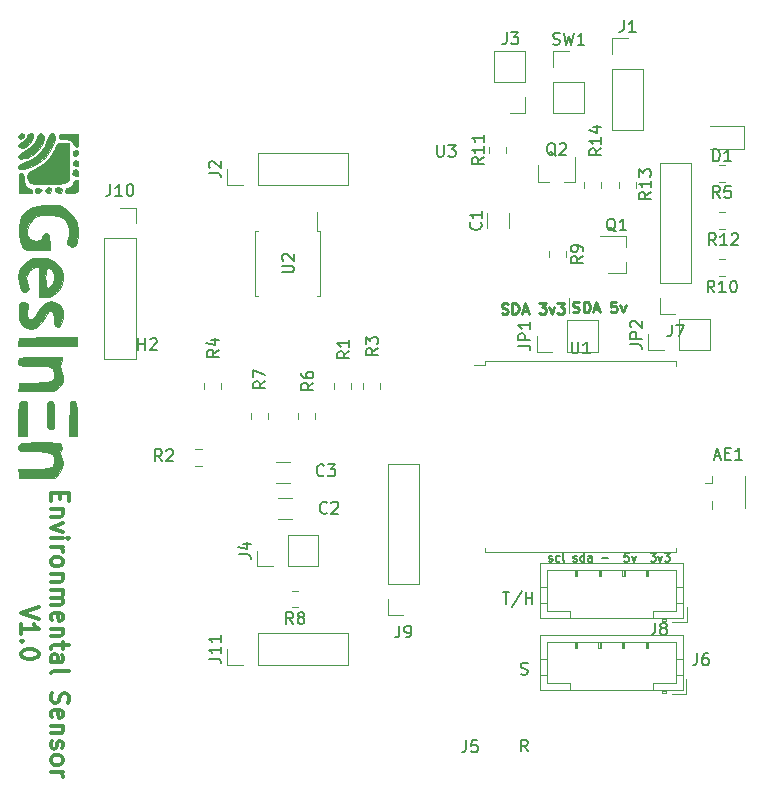
<source format=gbr>
%TF.GenerationSoftware,KiCad,Pcbnew,(5.0.0)*%
%TF.CreationDate,2021-11-24T17:07:04+01:00*%
%TF.ProjectId,Master3A__2,4D617374657233415F5F322E6B696361,rev?*%
%TF.SameCoordinates,Original*%
%TF.FileFunction,Legend,Top*%
%TF.FilePolarity,Positive*%
%FSLAX46Y46*%
G04 Gerber Fmt 4.6, Leading zero omitted, Abs format (unit mm)*
G04 Created by KiCad (PCBNEW (5.0.0)) date 11/24/21 17:07:04*
%MOMM*%
%LPD*%
G01*
G04 APERTURE LIST*
%ADD10C,0.120000*%
%ADD11C,0.150000*%
%ADD12C,0.300000*%
%ADD13C,0.225000*%
%ADD14C,0.010000*%
G04 APERTURE END LIST*
D10*
X260477000Y-97155000D02*
X260477000Y-98425000D01*
D11*
X257004523Y-135507380D02*
X256671190Y-135031190D01*
X256433095Y-135507380D02*
X256433095Y-134507380D01*
X256814047Y-134507380D01*
X256909285Y-134555000D01*
X256956904Y-134602619D01*
X257004523Y-134697857D01*
X257004523Y-134840714D01*
X256956904Y-134935952D01*
X256909285Y-134983571D01*
X256814047Y-135031190D01*
X256433095Y-135031190D01*
X256409285Y-128959761D02*
X256552142Y-129007380D01*
X256790238Y-129007380D01*
X256885476Y-128959761D01*
X256933095Y-128912142D01*
X256980714Y-128816904D01*
X256980714Y-128721666D01*
X256933095Y-128626428D01*
X256885476Y-128578809D01*
X256790238Y-128531190D01*
X256599761Y-128483571D01*
X256504523Y-128435952D01*
X256456904Y-128388333D01*
X256409285Y-128293095D01*
X256409285Y-128197857D01*
X256456904Y-128102619D01*
X256504523Y-128055000D01*
X256599761Y-128007380D01*
X256837857Y-128007380D01*
X256980714Y-128055000D01*
X254861666Y-122007380D02*
X255433095Y-122007380D01*
X255147380Y-123007380D02*
X255147380Y-122007380D01*
X256480714Y-121959761D02*
X255623571Y-123245476D01*
X256814047Y-123007380D02*
X256814047Y-122007380D01*
X256814047Y-122483571D02*
X257385476Y-122483571D01*
X257385476Y-123007380D02*
X257385476Y-122007380D01*
X258789333Y-119409333D02*
X258856000Y-119442666D01*
X258989333Y-119442666D01*
X259056000Y-119409333D01*
X259089333Y-119342666D01*
X259089333Y-119309333D01*
X259056000Y-119242666D01*
X258989333Y-119209333D01*
X258889333Y-119209333D01*
X258822666Y-119176000D01*
X258789333Y-119109333D01*
X258789333Y-119076000D01*
X258822666Y-119009333D01*
X258889333Y-118976000D01*
X258989333Y-118976000D01*
X259056000Y-119009333D01*
X259689333Y-119409333D02*
X259622666Y-119442666D01*
X259489333Y-119442666D01*
X259422666Y-119409333D01*
X259389333Y-119376000D01*
X259356000Y-119309333D01*
X259356000Y-119109333D01*
X259389333Y-119042666D01*
X259422666Y-119009333D01*
X259489333Y-118976000D01*
X259622666Y-118976000D01*
X259689333Y-119009333D01*
X260089333Y-119442666D02*
X260022666Y-119409333D01*
X259989333Y-119342666D01*
X259989333Y-118742666D01*
X260856000Y-119409333D02*
X260922666Y-119442666D01*
X261056000Y-119442666D01*
X261122666Y-119409333D01*
X261156000Y-119342666D01*
X261156000Y-119309333D01*
X261122666Y-119242666D01*
X261056000Y-119209333D01*
X260956000Y-119209333D01*
X260889333Y-119176000D01*
X260856000Y-119109333D01*
X260856000Y-119076000D01*
X260889333Y-119009333D01*
X260956000Y-118976000D01*
X261056000Y-118976000D01*
X261122666Y-119009333D01*
X261756000Y-119442666D02*
X261756000Y-118742666D01*
X261756000Y-119409333D02*
X261689333Y-119442666D01*
X261556000Y-119442666D01*
X261489333Y-119409333D01*
X261456000Y-119376000D01*
X261422666Y-119309333D01*
X261422666Y-119109333D01*
X261456000Y-119042666D01*
X261489333Y-119009333D01*
X261556000Y-118976000D01*
X261689333Y-118976000D01*
X261756000Y-119009333D01*
X262389333Y-119442666D02*
X262389333Y-119076000D01*
X262356000Y-119009333D01*
X262289333Y-118976000D01*
X262156000Y-118976000D01*
X262089333Y-119009333D01*
X262389333Y-119409333D02*
X262322666Y-119442666D01*
X262156000Y-119442666D01*
X262089333Y-119409333D01*
X262056000Y-119342666D01*
X262056000Y-119276000D01*
X262089333Y-119209333D01*
X262156000Y-119176000D01*
X262322666Y-119176000D01*
X262389333Y-119142666D01*
X263256000Y-119176000D02*
X263789333Y-119176000D01*
X265522666Y-118742666D02*
X265189333Y-118742666D01*
X265156000Y-119076000D01*
X265189333Y-119042666D01*
X265256000Y-119009333D01*
X265422666Y-119009333D01*
X265489333Y-119042666D01*
X265522666Y-119076000D01*
X265556000Y-119142666D01*
X265556000Y-119309333D01*
X265522666Y-119376000D01*
X265489333Y-119409333D01*
X265422666Y-119442666D01*
X265256000Y-119442666D01*
X265189333Y-119409333D01*
X265156000Y-119376000D01*
X265789333Y-118976000D02*
X265956000Y-119442666D01*
X266122666Y-118976000D01*
X267389333Y-118742666D02*
X267822666Y-118742666D01*
X267589333Y-119009333D01*
X267689333Y-119009333D01*
X267756000Y-119042666D01*
X267789333Y-119076000D01*
X267822666Y-119142666D01*
X267822666Y-119309333D01*
X267789333Y-119376000D01*
X267756000Y-119409333D01*
X267689333Y-119442666D01*
X267489333Y-119442666D01*
X267422666Y-119409333D01*
X267389333Y-119376000D01*
X268056000Y-118976000D02*
X268222666Y-119442666D01*
X268389333Y-118976000D01*
X268589333Y-118742666D02*
X269022666Y-118742666D01*
X268789333Y-119009333D01*
X268889333Y-119009333D01*
X268956000Y-119042666D01*
X268989333Y-119076000D01*
X269022666Y-119142666D01*
X269022666Y-119309333D01*
X268989333Y-119376000D01*
X268956000Y-119409333D01*
X268889333Y-119442666D01*
X268689333Y-119442666D01*
X268622666Y-119409333D01*
X268589333Y-119376000D01*
D12*
X217409142Y-113626428D02*
X217409142Y-114126428D01*
X216623428Y-114340714D02*
X216623428Y-113626428D01*
X218123428Y-113626428D01*
X218123428Y-114340714D01*
X217623428Y-114983571D02*
X216623428Y-114983571D01*
X217480571Y-114983571D02*
X217552000Y-115055000D01*
X217623428Y-115197857D01*
X217623428Y-115412142D01*
X217552000Y-115555000D01*
X217409142Y-115626428D01*
X216623428Y-115626428D01*
X217623428Y-116197857D02*
X216623428Y-116555000D01*
X217623428Y-116912142D01*
X216623428Y-117483571D02*
X217623428Y-117483571D01*
X218123428Y-117483571D02*
X218052000Y-117412142D01*
X217980571Y-117483571D01*
X218052000Y-117555000D01*
X218123428Y-117483571D01*
X217980571Y-117483571D01*
X216623428Y-118197857D02*
X217623428Y-118197857D01*
X217337714Y-118197857D02*
X217480571Y-118269285D01*
X217552000Y-118340714D01*
X217623428Y-118483571D01*
X217623428Y-118626428D01*
X216623428Y-119340714D02*
X216694857Y-119197857D01*
X216766285Y-119126428D01*
X216909142Y-119055000D01*
X217337714Y-119055000D01*
X217480571Y-119126428D01*
X217552000Y-119197857D01*
X217623428Y-119340714D01*
X217623428Y-119555000D01*
X217552000Y-119697857D01*
X217480571Y-119769285D01*
X217337714Y-119840714D01*
X216909142Y-119840714D01*
X216766285Y-119769285D01*
X216694857Y-119697857D01*
X216623428Y-119555000D01*
X216623428Y-119340714D01*
X217623428Y-120483571D02*
X216623428Y-120483571D01*
X217480571Y-120483571D02*
X217552000Y-120555000D01*
X217623428Y-120697857D01*
X217623428Y-120912142D01*
X217552000Y-121055000D01*
X217409142Y-121126428D01*
X216623428Y-121126428D01*
X216623428Y-121840714D02*
X217623428Y-121840714D01*
X217480571Y-121840714D02*
X217552000Y-121912142D01*
X217623428Y-122055000D01*
X217623428Y-122269285D01*
X217552000Y-122412142D01*
X217409142Y-122483571D01*
X216623428Y-122483571D01*
X217409142Y-122483571D02*
X217552000Y-122555000D01*
X217623428Y-122697857D01*
X217623428Y-122912142D01*
X217552000Y-123055000D01*
X217409142Y-123126428D01*
X216623428Y-123126428D01*
X216694857Y-124412142D02*
X216623428Y-124269285D01*
X216623428Y-123983571D01*
X216694857Y-123840714D01*
X216837714Y-123769285D01*
X217409142Y-123769285D01*
X217552000Y-123840714D01*
X217623428Y-123983571D01*
X217623428Y-124269285D01*
X217552000Y-124412142D01*
X217409142Y-124483571D01*
X217266285Y-124483571D01*
X217123428Y-123769285D01*
X217623428Y-125126428D02*
X216623428Y-125126428D01*
X217480571Y-125126428D02*
X217552000Y-125197857D01*
X217623428Y-125340714D01*
X217623428Y-125555000D01*
X217552000Y-125697857D01*
X217409142Y-125769285D01*
X216623428Y-125769285D01*
X217623428Y-126269285D02*
X217623428Y-126840714D01*
X218123428Y-126483571D02*
X216837714Y-126483571D01*
X216694857Y-126555000D01*
X216623428Y-126697857D01*
X216623428Y-126840714D01*
X216623428Y-127983571D02*
X217409142Y-127983571D01*
X217552000Y-127912142D01*
X217623428Y-127769285D01*
X217623428Y-127483571D01*
X217552000Y-127340714D01*
X216694857Y-127983571D02*
X216623428Y-127840714D01*
X216623428Y-127483571D01*
X216694857Y-127340714D01*
X216837714Y-127269285D01*
X216980571Y-127269285D01*
X217123428Y-127340714D01*
X217194857Y-127483571D01*
X217194857Y-127840714D01*
X217266285Y-127983571D01*
X216623428Y-128912142D02*
X216694857Y-128769285D01*
X216837714Y-128697857D01*
X218123428Y-128697857D01*
X216694857Y-130555000D02*
X216623428Y-130769285D01*
X216623428Y-131126428D01*
X216694857Y-131269285D01*
X216766285Y-131340714D01*
X216909142Y-131412142D01*
X217052000Y-131412142D01*
X217194857Y-131340714D01*
X217266285Y-131269285D01*
X217337714Y-131126428D01*
X217409142Y-130840714D01*
X217480571Y-130697857D01*
X217552000Y-130626428D01*
X217694857Y-130555000D01*
X217837714Y-130555000D01*
X217980571Y-130626428D01*
X218052000Y-130697857D01*
X218123428Y-130840714D01*
X218123428Y-131197857D01*
X218052000Y-131412142D01*
X216694857Y-132626428D02*
X216623428Y-132483571D01*
X216623428Y-132197857D01*
X216694857Y-132055000D01*
X216837714Y-131983571D01*
X217409142Y-131983571D01*
X217552000Y-132055000D01*
X217623428Y-132197857D01*
X217623428Y-132483571D01*
X217552000Y-132626428D01*
X217409142Y-132697857D01*
X217266285Y-132697857D01*
X217123428Y-131983571D01*
X217623428Y-133340714D02*
X216623428Y-133340714D01*
X217480571Y-133340714D02*
X217552000Y-133412142D01*
X217623428Y-133555000D01*
X217623428Y-133769285D01*
X217552000Y-133912142D01*
X217409142Y-133983571D01*
X216623428Y-133983571D01*
X216694857Y-134626428D02*
X216623428Y-134769285D01*
X216623428Y-135055000D01*
X216694857Y-135197857D01*
X216837714Y-135269285D01*
X216909142Y-135269285D01*
X217052000Y-135197857D01*
X217123428Y-135055000D01*
X217123428Y-134840714D01*
X217194857Y-134697857D01*
X217337714Y-134626428D01*
X217409142Y-134626428D01*
X217552000Y-134697857D01*
X217623428Y-134840714D01*
X217623428Y-135055000D01*
X217552000Y-135197857D01*
X216623428Y-136126428D02*
X216694857Y-135983571D01*
X216766285Y-135912142D01*
X216909142Y-135840714D01*
X217337714Y-135840714D01*
X217480571Y-135912142D01*
X217552000Y-135983571D01*
X217623428Y-136126428D01*
X217623428Y-136340714D01*
X217552000Y-136483571D01*
X217480571Y-136555000D01*
X217337714Y-136626428D01*
X216909142Y-136626428D01*
X216766285Y-136555000D01*
X216694857Y-136483571D01*
X216623428Y-136340714D01*
X216623428Y-136126428D01*
X216623428Y-137269285D02*
X217623428Y-137269285D01*
X217337714Y-137269285D02*
X217480571Y-137340714D01*
X217552000Y-137412142D01*
X217623428Y-137555000D01*
X217623428Y-137697857D01*
X215573428Y-123269285D02*
X214073428Y-123769285D01*
X215573428Y-124269285D01*
X214073428Y-125555000D02*
X214073428Y-124697857D01*
X214073428Y-125126428D02*
X215573428Y-125126428D01*
X215359142Y-124983571D01*
X215216285Y-124840714D01*
X215144857Y-124697857D01*
X214216285Y-126197857D02*
X214144857Y-126269285D01*
X214073428Y-126197857D01*
X214144857Y-126126428D01*
X214216285Y-126197857D01*
X214073428Y-126197857D01*
X215573428Y-127197857D02*
X215573428Y-127340714D01*
X215502000Y-127483571D01*
X215430571Y-127555000D01*
X215287714Y-127626428D01*
X215002000Y-127697857D01*
X214644857Y-127697857D01*
X214359142Y-127626428D01*
X214216285Y-127555000D01*
X214144857Y-127483571D01*
X214073428Y-127340714D01*
X214073428Y-127197857D01*
X214144857Y-127055000D01*
X214216285Y-126983571D01*
X214359142Y-126912142D01*
X214644857Y-126840714D01*
X215002000Y-126840714D01*
X215287714Y-126912142D01*
X215430571Y-126983571D01*
X215502000Y-127055000D01*
X215573428Y-127197857D01*
D13*
X254793285Y-98408285D02*
X254921857Y-98451142D01*
X255136142Y-98451142D01*
X255221857Y-98408285D01*
X255264714Y-98365428D01*
X255307571Y-98279714D01*
X255307571Y-98194000D01*
X255264714Y-98108285D01*
X255221857Y-98065428D01*
X255136142Y-98022571D01*
X254964714Y-97979714D01*
X254879000Y-97936857D01*
X254836142Y-97894000D01*
X254793285Y-97808285D01*
X254793285Y-97722571D01*
X254836142Y-97636857D01*
X254879000Y-97594000D01*
X254964714Y-97551142D01*
X255179000Y-97551142D01*
X255307571Y-97594000D01*
X255693285Y-98451142D02*
X255693285Y-97551142D01*
X255907571Y-97551142D01*
X256036142Y-97594000D01*
X256121857Y-97679714D01*
X256164714Y-97765428D01*
X256207571Y-97936857D01*
X256207571Y-98065428D01*
X256164714Y-98236857D01*
X256121857Y-98322571D01*
X256036142Y-98408285D01*
X255907571Y-98451142D01*
X255693285Y-98451142D01*
X256550428Y-98194000D02*
X256979000Y-98194000D01*
X256464714Y-98451142D02*
X256764714Y-97551142D01*
X257064714Y-98451142D01*
X257964714Y-97551142D02*
X258521857Y-97551142D01*
X258221857Y-97894000D01*
X258350428Y-97894000D01*
X258436142Y-97936857D01*
X258479000Y-97979714D01*
X258521857Y-98065428D01*
X258521857Y-98279714D01*
X258479000Y-98365428D01*
X258436142Y-98408285D01*
X258350428Y-98451142D01*
X258093285Y-98451142D01*
X258007571Y-98408285D01*
X257964714Y-98365428D01*
X258821857Y-97851142D02*
X259036142Y-98451142D01*
X259250428Y-97851142D01*
X259507571Y-97551142D02*
X260064714Y-97551142D01*
X259764714Y-97894000D01*
X259893285Y-97894000D01*
X259979000Y-97936857D01*
X260021857Y-97979714D01*
X260064714Y-98065428D01*
X260064714Y-98279714D01*
X260021857Y-98365428D01*
X259979000Y-98408285D01*
X259893285Y-98451142D01*
X259636142Y-98451142D01*
X259550428Y-98408285D01*
X259507571Y-98365428D01*
X260809857Y-98281285D02*
X260938428Y-98324142D01*
X261152714Y-98324142D01*
X261238428Y-98281285D01*
X261281285Y-98238428D01*
X261324142Y-98152714D01*
X261324142Y-98067000D01*
X261281285Y-97981285D01*
X261238428Y-97938428D01*
X261152714Y-97895571D01*
X260981285Y-97852714D01*
X260895571Y-97809857D01*
X260852714Y-97767000D01*
X260809857Y-97681285D01*
X260809857Y-97595571D01*
X260852714Y-97509857D01*
X260895571Y-97467000D01*
X260981285Y-97424142D01*
X261195571Y-97424142D01*
X261324142Y-97467000D01*
X261709857Y-98324142D02*
X261709857Y-97424142D01*
X261924142Y-97424142D01*
X262052714Y-97467000D01*
X262138428Y-97552714D01*
X262181285Y-97638428D01*
X262224142Y-97809857D01*
X262224142Y-97938428D01*
X262181285Y-98109857D01*
X262138428Y-98195571D01*
X262052714Y-98281285D01*
X261924142Y-98324142D01*
X261709857Y-98324142D01*
X262567000Y-98067000D02*
X262995571Y-98067000D01*
X262481285Y-98324142D02*
X262781285Y-97424142D01*
X263081285Y-98324142D01*
X264495571Y-97424142D02*
X264067000Y-97424142D01*
X264024142Y-97852714D01*
X264067000Y-97809857D01*
X264152714Y-97767000D01*
X264367000Y-97767000D01*
X264452714Y-97809857D01*
X264495571Y-97852714D01*
X264538428Y-97938428D01*
X264538428Y-98152714D01*
X264495571Y-98238428D01*
X264452714Y-98281285D01*
X264367000Y-98324142D01*
X264152714Y-98324142D01*
X264067000Y-98281285D01*
X264024142Y-98238428D01*
X264838428Y-97724142D02*
X265052714Y-98324142D01*
X265267000Y-97724142D01*
D10*
%TO.C,J8*%
X270157000Y-124238000D02*
X270157000Y-119518000D01*
X270157000Y-119518000D02*
X258037000Y-119518000D01*
X258037000Y-119518000D02*
X258037000Y-124238000D01*
X258037000Y-124238000D02*
X270157000Y-124238000D01*
X268397000Y-124238000D02*
X268397000Y-124438000D01*
X268397000Y-124438000D02*
X268697000Y-124438000D01*
X268697000Y-124438000D02*
X268697000Y-124238000D01*
X268397000Y-124338000D02*
X268697000Y-124338000D01*
X267597000Y-124238000D02*
X267597000Y-123628000D01*
X267597000Y-123628000D02*
X269547000Y-123628000D01*
X269547000Y-123628000D02*
X269547000Y-120128000D01*
X269547000Y-120128000D02*
X258647000Y-120128000D01*
X258647000Y-120128000D02*
X258647000Y-123628000D01*
X258647000Y-123628000D02*
X260597000Y-123628000D01*
X260597000Y-123628000D02*
X260597000Y-124238000D01*
X270157000Y-122928000D02*
X269547000Y-122928000D01*
X270157000Y-121628000D02*
X269547000Y-121628000D01*
X258037000Y-122928000D02*
X258647000Y-122928000D01*
X258037000Y-121628000D02*
X258647000Y-121628000D01*
X267197000Y-120128000D02*
X267197000Y-120628000D01*
X267197000Y-120628000D02*
X266997000Y-120628000D01*
X266997000Y-120628000D02*
X266997000Y-120128000D01*
X267097000Y-120128000D02*
X267097000Y-120628000D01*
X265197000Y-120128000D02*
X265197000Y-120628000D01*
X265197000Y-120628000D02*
X264997000Y-120628000D01*
X264997000Y-120628000D02*
X264997000Y-120128000D01*
X265097000Y-120128000D02*
X265097000Y-120628000D01*
X263197000Y-120128000D02*
X263197000Y-120628000D01*
X263197000Y-120628000D02*
X262997000Y-120628000D01*
X262997000Y-120628000D02*
X262997000Y-120128000D01*
X263097000Y-120128000D02*
X263097000Y-120628000D01*
X261197000Y-120128000D02*
X261197000Y-120628000D01*
X261197000Y-120628000D02*
X260997000Y-120628000D01*
X260997000Y-120628000D02*
X260997000Y-120128000D01*
X261097000Y-120128000D02*
X261097000Y-120628000D01*
X269207000Y-124538000D02*
X270457000Y-124538000D01*
X270457000Y-124538000D02*
X270457000Y-123288000D01*
%TO.C,J9*%
X246457000Y-123965000D02*
X245127000Y-123965000D01*
X245127000Y-123965000D02*
X245127000Y-122635000D01*
X245127000Y-121365000D02*
X245127000Y-111145000D01*
X247787000Y-111145000D02*
X245127000Y-111145000D01*
X247787000Y-121365000D02*
X247787000Y-111145000D01*
X247787000Y-121365000D02*
X245127000Y-121365000D01*
%TO.C,J10*%
X221127000Y-92075000D02*
X223787000Y-92075000D01*
X221127000Y-92075000D02*
X221127000Y-102295000D01*
X221127000Y-102295000D02*
X223787000Y-102295000D01*
X223787000Y-92075000D02*
X223787000Y-102295000D01*
X223787000Y-89475000D02*
X223787000Y-90805000D01*
X222457000Y-89475000D02*
X223787000Y-89475000D01*
%TO.C,C1*%
X255367000Y-91157064D02*
X255367000Y-89952936D01*
X253547000Y-91157064D02*
X253547000Y-89952936D01*
%TO.C,C2*%
X237039564Y-115845000D02*
X235835436Y-115845000D01*
X237039564Y-114025000D02*
X235835436Y-114025000D01*
%TO.C,C3*%
X236890564Y-110977000D02*
X235686436Y-110977000D01*
X236890564Y-112797000D02*
X235686436Y-112797000D01*
%TO.C,D1*%
X275292000Y-82595000D02*
X272432000Y-82595000D01*
X275292000Y-84515000D02*
X275292000Y-82595000D01*
X272432000Y-84515000D02*
X275292000Y-84515000D01*
%TO.C,J1*%
X264127000Y-75145000D02*
X265457000Y-75145000D01*
X264127000Y-76475000D02*
X264127000Y-75145000D01*
X264127000Y-77745000D02*
X266787000Y-77745000D01*
X266787000Y-77745000D02*
X266787000Y-82885000D01*
X264127000Y-77745000D02*
X264127000Y-82885000D01*
X264127000Y-82885000D02*
X266787000Y-82885000D01*
%TO.C,J2*%
X231526000Y-87531000D02*
X231526000Y-86201000D01*
X232856000Y-87531000D02*
X231526000Y-87531000D01*
X234126000Y-87531000D02*
X234126000Y-84871000D01*
X234126000Y-84871000D02*
X241806000Y-84871000D01*
X234126000Y-87531000D02*
X241806000Y-87531000D01*
X241806000Y-87531000D02*
X241806000Y-84871000D01*
%TO.C,J3*%
X256787000Y-81425000D02*
X255457000Y-81425000D01*
X256787000Y-80095000D02*
X256787000Y-81425000D01*
X256787000Y-78825000D02*
X254127000Y-78825000D01*
X254127000Y-78825000D02*
X254127000Y-76225000D01*
X256787000Y-78825000D02*
X256787000Y-76225000D01*
X256787000Y-76225000D02*
X254127000Y-76225000D01*
%TO.C,JP1*%
X262950000Y-101660000D02*
X262950000Y-99000000D01*
X260350000Y-101660000D02*
X262950000Y-101660000D01*
X260350000Y-99000000D02*
X262950000Y-99000000D01*
X260350000Y-101660000D02*
X260350000Y-99000000D01*
X259080000Y-101660000D02*
X257750000Y-101660000D01*
X257750000Y-101660000D02*
X257750000Y-100330000D01*
%TO.C,JP2*%
X267193000Y-101533000D02*
X267193000Y-100203000D01*
X268523000Y-101533000D02*
X267193000Y-101533000D01*
X269793000Y-101533000D02*
X269793000Y-98873000D01*
X269793000Y-98873000D02*
X272393000Y-98873000D01*
X269793000Y-101533000D02*
X272393000Y-101533000D01*
X272393000Y-101533000D02*
X272393000Y-98873000D01*
%TO.C,Q1*%
X265283000Y-95025000D02*
X265283000Y-94095000D01*
X265283000Y-91865000D02*
X265283000Y-92795000D01*
X265283000Y-91865000D02*
X263123000Y-91865000D01*
X265283000Y-95025000D02*
X263823000Y-95025000D01*
%TO.C,Q2*%
X257827000Y-87315000D02*
X257827000Y-85855000D01*
X260987000Y-87315000D02*
X260987000Y-85155000D01*
X260987000Y-87315000D02*
X260057000Y-87315000D01*
X257827000Y-87315000D02*
X258757000Y-87315000D01*
%TO.C,R1*%
X241986000Y-104837252D02*
X241986000Y-104314748D01*
X240566000Y-104837252D02*
X240566000Y-104314748D01*
%TO.C,R2*%
X229378252Y-109907000D02*
X228855748Y-109907000D01*
X229378252Y-111327000D02*
X228855748Y-111327000D01*
%TO.C,R3*%
X244486000Y-104837252D02*
X244486000Y-104314748D01*
X243066000Y-104837252D02*
X243066000Y-104314748D01*
%TO.C,R4*%
X229566000Y-104837252D02*
X229566000Y-104314748D01*
X230986000Y-104837252D02*
X230986000Y-104314748D01*
%TO.C,R5*%
X273693252Y-85845000D02*
X273170748Y-85845000D01*
X273693252Y-87265000D02*
X273170748Y-87265000D01*
%TO.C,R6*%
X238986000Y-107387252D02*
X238986000Y-106864748D01*
X237566000Y-107387252D02*
X237566000Y-106864748D01*
%TO.C,R7*%
X234986000Y-106864748D02*
X234986000Y-107387252D01*
X233566000Y-106864748D02*
X233566000Y-107387252D01*
%TO.C,R8*%
X237562252Y-123311000D02*
X237039748Y-123311000D01*
X237562252Y-121891000D02*
X237039748Y-121891000D01*
%TO.C,R9*%
X260233000Y-93158748D02*
X260233000Y-93681252D01*
X258813000Y-93158748D02*
X258813000Y-93681252D01*
%TO.C,R10*%
X273693252Y-93845000D02*
X273170748Y-93845000D01*
X273693252Y-95265000D02*
X273170748Y-95265000D01*
%TO.C,R11*%
X255167000Y-84841252D02*
X255167000Y-84318748D01*
X253747000Y-84841252D02*
X253747000Y-84318748D01*
%TO.C,R12*%
X273693252Y-91265000D02*
X273170748Y-91265000D01*
X273693252Y-89845000D02*
X273170748Y-89845000D01*
%TO.C,R13*%
X266167000Y-87791252D02*
X266167000Y-87268748D01*
X264747000Y-87791252D02*
X264747000Y-87268748D01*
%TO.C,R14*%
X261747000Y-87791252D02*
X261747000Y-87268748D01*
X263167000Y-87791252D02*
X263167000Y-87268748D01*
%TO.C,SW1*%
X259127000Y-81425000D02*
X261787000Y-81425000D01*
X259127000Y-78825000D02*
X259127000Y-81425000D01*
X261787000Y-78825000D02*
X261787000Y-81425000D01*
X259127000Y-78825000D02*
X261787000Y-78825000D01*
X259127000Y-77555000D02*
X259127000Y-76225000D01*
X259127000Y-76225000D02*
X260457000Y-76225000D01*
%TO.C,U2*%
X239106000Y-91451000D02*
X239106000Y-89801000D01*
X239366000Y-91451000D02*
X239106000Y-91451000D01*
X239366000Y-94201000D02*
X239366000Y-91451000D01*
X239366000Y-96951000D02*
X239106000Y-96951000D01*
X239366000Y-94201000D02*
X239366000Y-96951000D01*
X233916000Y-91451000D02*
X234176000Y-91451000D01*
X233916000Y-94201000D02*
X233916000Y-91451000D01*
X233916000Y-96951000D02*
X234176000Y-96951000D01*
X233916000Y-94201000D02*
X233916000Y-96951000D01*
%TO.C,J11*%
X241806000Y-128171000D02*
X241806000Y-125511000D01*
X234126000Y-128171000D02*
X241806000Y-128171000D01*
X234126000Y-125511000D02*
X241806000Y-125511000D01*
X234126000Y-128171000D02*
X234126000Y-125511000D01*
X232856000Y-128171000D02*
X231526000Y-128171000D01*
X231526000Y-128171000D02*
X231526000Y-126841000D01*
%TO.C,J4*%
X239266000Y-119836001D02*
X239266000Y-117176001D01*
X236666000Y-119836001D02*
X239266000Y-119836001D01*
X236666000Y-117176001D02*
X239266000Y-117176001D01*
X236666000Y-119836001D02*
X236666000Y-117176001D01*
X235396000Y-119836001D02*
X234066000Y-119836001D01*
X234066000Y-119836001D02*
X234066000Y-118506001D01*
%TO.C,AE1*%
X275342000Y-112205000D02*
X275342000Y-114905000D01*
X272622000Y-112795000D02*
X271992000Y-112795000D01*
X272622000Y-114955000D02*
X272622000Y-114315000D01*
X272622000Y-112155000D02*
X272622000Y-112795000D01*
%TO.C,U1*%
X253357000Y-102455000D02*
X269557000Y-102455000D01*
X269557000Y-102455000D02*
X269557000Y-102855000D01*
X253357000Y-118255000D02*
X253357000Y-118655000D01*
X253357000Y-118655000D02*
X269557000Y-118655000D01*
X269557000Y-118655000D02*
X269557000Y-118255000D01*
X253357000Y-102455000D02*
X253357000Y-102805000D01*
X253357000Y-102805000D02*
X252457000Y-102805000D01*
D14*
%TO.C,H1*%
G36*
X214335517Y-83403285D02*
X214223600Y-83540599D01*
X214007406Y-83683689D01*
X213887754Y-83595792D01*
X213868000Y-83439000D01*
X213957803Y-83226743D01*
X214122000Y-83185000D01*
X214343106Y-83241859D01*
X214335517Y-83403285D01*
X214335517Y-83403285D01*
G37*
X214335517Y-83403285D02*
X214223600Y-83540599D01*
X214007406Y-83683689D01*
X213887754Y-83595792D01*
X213868000Y-83439000D01*
X213957803Y-83226743D01*
X214122000Y-83185000D01*
X214343106Y-83241859D01*
X214335517Y-83403285D01*
G36*
X215037373Y-83735571D02*
X214789643Y-84052418D01*
X214476037Y-84318085D01*
X214177781Y-84451343D01*
X214131770Y-84455000D01*
X213914729Y-84376706D01*
X213863750Y-84198793D01*
X213970923Y-84006709D01*
X214183566Y-83895333D01*
X214480451Y-83701825D01*
X214578334Y-83500565D01*
X214714258Y-83263699D01*
X214909502Y-83178185D01*
X215078615Y-83251930D01*
X215138000Y-83448769D01*
X215037373Y-83735571D01*
X215037373Y-83735571D01*
G37*
X215037373Y-83735571D02*
X214789643Y-84052418D01*
X214476037Y-84318085D01*
X214177781Y-84451343D01*
X214131770Y-84455000D01*
X213914729Y-84376706D01*
X213863750Y-84198793D01*
X213970923Y-84006709D01*
X214183566Y-83895333D01*
X214480451Y-83701825D01*
X214578334Y-83500565D01*
X214714258Y-83263699D01*
X214909502Y-83178185D01*
X215078615Y-83251930D01*
X215138000Y-83448769D01*
X215037373Y-83735571D01*
G36*
X215910666Y-84027098D02*
X215598480Y-84525596D01*
X215145673Y-84946100D01*
X214607472Y-85230407D01*
X214324306Y-85303185D01*
X214020936Y-85334034D01*
X213892578Y-85272667D01*
X213868000Y-85116466D01*
X213962122Y-84891214D01*
X214269125Y-84723737D01*
X214308344Y-84710371D01*
X214762012Y-84458166D01*
X215166336Y-84059256D01*
X215433726Y-83605509D01*
X215469305Y-83492711D01*
X215610595Y-83243461D01*
X215806774Y-83175532D01*
X215972865Y-83286470D01*
X216027000Y-83508806D01*
X215910666Y-84027098D01*
X215910666Y-84027098D01*
G37*
X215910666Y-84027098D02*
X215598480Y-84525596D01*
X215145673Y-84946100D01*
X214607472Y-85230407D01*
X214324306Y-85303185D01*
X214020936Y-85334034D01*
X213892578Y-85272667D01*
X213868000Y-85116466D01*
X213962122Y-84891214D01*
X214269125Y-84723737D01*
X214308344Y-84710371D01*
X214762012Y-84458166D01*
X215166336Y-84059256D01*
X215433726Y-83605509D01*
X215469305Y-83492711D01*
X215610595Y-83243461D01*
X215806774Y-83175532D01*
X215972865Y-83286470D01*
X216027000Y-83508806D01*
X215910666Y-84027098D01*
G36*
X216859991Y-83903628D02*
X216693523Y-84339551D01*
X216438419Y-84796781D01*
X216109729Y-85229190D01*
X215958564Y-85387260D01*
X215405194Y-85795928D01*
X214840184Y-86043746D01*
X214354027Y-86176894D01*
X214060550Y-86219374D01*
X213914069Y-86168258D01*
X213868900Y-86020616D01*
X213868000Y-85981419D01*
X213973946Y-85755113D01*
X214217250Y-85653596D01*
X215004670Y-85369153D01*
X215639319Y-84905999D01*
X216093040Y-84289832D01*
X216293670Y-83758798D01*
X216420525Y-83379514D01*
X216570682Y-83207782D01*
X216677077Y-83185000D01*
X216866818Y-83280224D01*
X216922772Y-83535143D01*
X216859991Y-83903628D01*
X216859991Y-83903628D01*
G37*
X216859991Y-83903628D02*
X216693523Y-84339551D01*
X216438419Y-84796781D01*
X216109729Y-85229190D01*
X215958564Y-85387260D01*
X215405194Y-85795928D01*
X214840184Y-86043746D01*
X214354027Y-86176894D01*
X214060550Y-86219374D01*
X213914069Y-86168258D01*
X213868900Y-86020616D01*
X213868000Y-85981419D01*
X213973946Y-85755113D01*
X214217250Y-85653596D01*
X215004670Y-85369153D01*
X215639319Y-84905999D01*
X216093040Y-84289832D01*
X216293670Y-83758798D01*
X216420525Y-83379514D01*
X216570682Y-83207782D01*
X216677077Y-83185000D01*
X216866818Y-83280224D01*
X216922772Y-83535143D01*
X216859991Y-83903628D01*
G36*
X214981700Y-88192290D02*
X214848025Y-88249448D01*
X214528548Y-88244310D01*
X214482071Y-88241080D01*
X213931500Y-88201500D01*
X213893709Y-87333774D01*
X213880419Y-86875705D01*
X213898633Y-86619590D01*
X213960203Y-86514144D01*
X214076980Y-86508082D01*
X214084209Y-86509416D01*
X214236970Y-86605791D01*
X214320992Y-86858873D01*
X214350884Y-87146928D01*
X214393785Y-87519521D01*
X214482282Y-87707068D01*
X214650646Y-87778272D01*
X214667086Y-87780786D01*
X214906685Y-87904709D01*
X214988773Y-88050580D01*
X214981700Y-88192290D01*
X214981700Y-88192290D01*
G37*
X214981700Y-88192290D02*
X214848025Y-88249448D01*
X214528548Y-88244310D01*
X214482071Y-88241080D01*
X213931500Y-88201500D01*
X213893709Y-87333774D01*
X213880419Y-86875705D01*
X213898633Y-86619590D01*
X213960203Y-86514144D01*
X214076980Y-86508082D01*
X214084209Y-86509416D01*
X214236970Y-86605791D01*
X214320992Y-86858873D01*
X214350884Y-87146928D01*
X214393785Y-87519521D01*
X214482282Y-87707068D01*
X214650646Y-87778272D01*
X214667086Y-87780786D01*
X214906685Y-87904709D01*
X214988773Y-88050580D01*
X214981700Y-88192290D01*
G36*
X218920351Y-91771702D02*
X218823280Y-92346206D01*
X218647926Y-92682707D01*
X218395696Y-92779392D01*
X218190967Y-92712657D01*
X217992675Y-92531037D01*
X218006204Y-92351010D01*
X218127560Y-91891886D01*
X218153740Y-91365812D01*
X218078195Y-90917560D01*
X218071829Y-90900308D01*
X217774533Y-90457118D01*
X217285103Y-90179868D01*
X216603819Y-90068684D01*
X216255435Y-90071790D01*
X215743133Y-90116077D01*
X215402242Y-90202754D01*
X215150841Y-90355809D01*
X215084371Y-90414727D01*
X214734383Y-90869646D01*
X214574130Y-91365956D01*
X214622811Y-91836707D01*
X214654803Y-91912642D01*
X214812046Y-92149703D01*
X215041137Y-92249108D01*
X215324486Y-92265500D01*
X215660125Y-92241464D01*
X215826998Y-92138790D01*
X215900000Y-91948000D01*
X216050685Y-91685830D01*
X216223226Y-91630500D01*
X216366953Y-91665200D01*
X216449675Y-91807947D01*
X216494125Y-92116705D01*
X216509588Y-92360750D01*
X216547676Y-93091000D01*
X215464766Y-93091000D01*
X214935172Y-93086326D01*
X214598308Y-93061696D01*
X214392932Y-93001193D01*
X214257808Y-92888902D01*
X214159604Y-92751799D01*
X213984737Y-92317367D01*
X213895851Y-91743156D01*
X213895567Y-91129319D01*
X213986504Y-90576010D01*
X214095368Y-90297000D01*
X214521478Y-89772768D01*
X215132954Y-89420592D01*
X215927216Y-89241672D01*
X216417275Y-89217500D01*
X216951120Y-89230329D01*
X217322637Y-89282818D01*
X217622812Y-89395965D01*
X217894139Y-89558370D01*
X218443303Y-90066443D01*
X218793961Y-90715377D01*
X218928975Y-91468204D01*
X218920351Y-91771702D01*
X218920351Y-91771702D01*
G37*
X218920351Y-91771702D02*
X218823280Y-92346206D01*
X218647926Y-92682707D01*
X218395696Y-92779392D01*
X218190967Y-92712657D01*
X217992675Y-92531037D01*
X218006204Y-92351010D01*
X218127560Y-91891886D01*
X218153740Y-91365812D01*
X218078195Y-90917560D01*
X218071829Y-90900308D01*
X217774533Y-90457118D01*
X217285103Y-90179868D01*
X216603819Y-90068684D01*
X216255435Y-90071790D01*
X215743133Y-90116077D01*
X215402242Y-90202754D01*
X215150841Y-90355809D01*
X215084371Y-90414727D01*
X214734383Y-90869646D01*
X214574130Y-91365956D01*
X214622811Y-91836707D01*
X214654803Y-91912642D01*
X214812046Y-92149703D01*
X215041137Y-92249108D01*
X215324486Y-92265500D01*
X215660125Y-92241464D01*
X215826998Y-92138790D01*
X215900000Y-91948000D01*
X216050685Y-91685830D01*
X216223226Y-91630500D01*
X216366953Y-91665200D01*
X216449675Y-91807947D01*
X216494125Y-92116705D01*
X216509588Y-92360750D01*
X216547676Y-93091000D01*
X215464766Y-93091000D01*
X214935172Y-93086326D01*
X214598308Y-93061696D01*
X214392932Y-93001193D01*
X214257808Y-92888902D01*
X214159604Y-92751799D01*
X213984737Y-92317367D01*
X213895851Y-91743156D01*
X213895567Y-91129319D01*
X213986504Y-90576010D01*
X214095368Y-90297000D01*
X214521478Y-89772768D01*
X215132954Y-89420592D01*
X215927216Y-89241672D01*
X216417275Y-89217500D01*
X216951120Y-89230329D01*
X217322637Y-89282818D01*
X217622812Y-89395965D01*
X217894139Y-89558370D01*
X218443303Y-90066443D01*
X218793961Y-90715377D01*
X218928975Y-91468204D01*
X218920351Y-91771702D01*
G36*
X217596975Y-95898628D02*
X217512399Y-96177822D01*
X217312773Y-96429237D01*
X217140116Y-96593258D01*
X216772341Y-96880673D01*
X216431948Y-97007612D01*
X216155866Y-97028000D01*
X215646000Y-97028000D01*
X215646000Y-95758000D01*
X215642684Y-95180351D01*
X215626452Y-94810612D01*
X215587883Y-94602718D01*
X215517553Y-94510601D01*
X215406041Y-94488196D01*
X215386228Y-94488000D01*
X215072714Y-94595456D01*
X214768669Y-94860258D01*
X214555168Y-95196052D01*
X214503000Y-95428751D01*
X214557385Y-95791145D01*
X214654530Y-96078619D01*
X214741023Y-96340005D01*
X214676939Y-96487760D01*
X214622780Y-96527150D01*
X214384742Y-96631270D01*
X214301136Y-96645055D01*
X214128851Y-96530432D01*
X213986435Y-96220419D01*
X213893513Y-95773421D01*
X213868000Y-95356083D01*
X213888557Y-94952990D01*
X213982872Y-94666955D01*
X214199909Y-94385058D01*
X214361059Y-94219058D01*
X214647837Y-93948890D01*
X214885397Y-93801748D01*
X215171210Y-93741052D01*
X215602746Y-93730221D01*
X215662809Y-93730500D01*
X216272661Y-93767215D01*
X216300218Y-93774974D01*
X216300218Y-94542487D01*
X216276368Y-94554362D01*
X216204013Y-94713344D01*
X216163045Y-95028176D01*
X216152244Y-95419695D01*
X216170391Y-95808740D01*
X216216265Y-96116147D01*
X216288646Y-96262754D01*
X216302750Y-96266000D01*
X216582207Y-96152550D01*
X216805394Y-95866376D01*
X216913349Y-95488740D01*
X216916000Y-95420816D01*
X216851956Y-95090737D01*
X216693901Y-94788161D01*
X216492950Y-94582331D01*
X216300218Y-94542487D01*
X216300218Y-93774974D01*
X216713404Y-93891318D01*
X217064029Y-94135781D01*
X217318083Y-94421395D01*
X217516623Y-94759174D01*
X217603325Y-95170748D01*
X217614500Y-95478903D01*
X217596975Y-95898628D01*
X217596975Y-95898628D01*
G37*
X217596975Y-95898628D02*
X217512399Y-96177822D01*
X217312773Y-96429237D01*
X217140116Y-96593258D01*
X216772341Y-96880673D01*
X216431948Y-97007612D01*
X216155866Y-97028000D01*
X215646000Y-97028000D01*
X215646000Y-95758000D01*
X215642684Y-95180351D01*
X215626452Y-94810612D01*
X215587883Y-94602718D01*
X215517553Y-94510601D01*
X215406041Y-94488196D01*
X215386228Y-94488000D01*
X215072714Y-94595456D01*
X214768669Y-94860258D01*
X214555168Y-95196052D01*
X214503000Y-95428751D01*
X214557385Y-95791145D01*
X214654530Y-96078619D01*
X214741023Y-96340005D01*
X214676939Y-96487760D01*
X214622780Y-96527150D01*
X214384742Y-96631270D01*
X214301136Y-96645055D01*
X214128851Y-96530432D01*
X213986435Y-96220419D01*
X213893513Y-95773421D01*
X213868000Y-95356083D01*
X213888557Y-94952990D01*
X213982872Y-94666955D01*
X214199909Y-94385058D01*
X214361059Y-94219058D01*
X214647837Y-93948890D01*
X214885397Y-93801748D01*
X215171210Y-93741052D01*
X215602746Y-93730221D01*
X215662809Y-93730500D01*
X216272661Y-93767215D01*
X216300218Y-93774974D01*
X216300218Y-94542487D01*
X216276368Y-94554362D01*
X216204013Y-94713344D01*
X216163045Y-95028176D01*
X216152244Y-95419695D01*
X216170391Y-95808740D01*
X216216265Y-96116147D01*
X216288646Y-96262754D01*
X216302750Y-96266000D01*
X216582207Y-96152550D01*
X216805394Y-95866376D01*
X216913349Y-95488740D01*
X216916000Y-95420816D01*
X216851956Y-95090737D01*
X216693901Y-94788161D01*
X216492950Y-94582331D01*
X216300218Y-94542487D01*
X216300218Y-93774974D01*
X216713404Y-93891318D01*
X217064029Y-94135781D01*
X217318083Y-94421395D01*
X217516623Y-94759174D01*
X217603325Y-95170748D01*
X217614500Y-95478903D01*
X217596975Y-95898628D01*
G36*
X217632930Y-98796881D02*
X217554753Y-99112131D01*
X217375488Y-99463778D01*
X217175481Y-99585005D01*
X216993753Y-99492260D01*
X216869326Y-99201993D01*
X216837820Y-98809921D01*
X216823744Y-98435043D01*
X216742827Y-98248943D01*
X216636499Y-98198562D01*
X216453763Y-98260066D01*
X216241736Y-98530833D01*
X216090082Y-98806825D01*
X215733387Y-99321473D01*
X215319102Y-99632433D01*
X214890117Y-99746839D01*
X214489317Y-99671825D01*
X214159590Y-99414525D01*
X213943823Y-98982075D01*
X213882733Y-98439622D01*
X213904356Y-98031576D01*
X213941179Y-97702630D01*
X213956970Y-97623850D01*
X214093514Y-97451614D01*
X214354988Y-97433350D01*
X214600805Y-97505539D01*
X214662626Y-97692477D01*
X214654567Y-97790000D01*
X214598326Y-98315287D01*
X214593053Y-98640655D01*
X214647710Y-98816686D01*
X214771258Y-98893964D01*
X214853029Y-98910185D01*
X215100101Y-98868600D01*
X215310730Y-98632284D01*
X215361029Y-98544929D01*
X215709158Y-97977538D01*
X216032084Y-97622219D01*
X216368286Y-97445157D01*
X216653607Y-97409000D01*
X217122545Y-97515796D01*
X217456226Y-97809447D01*
X217633428Y-98249844D01*
X217632930Y-98796881D01*
X217632930Y-98796881D01*
G37*
X217632930Y-98796881D02*
X217554753Y-99112131D01*
X217375488Y-99463778D01*
X217175481Y-99585005D01*
X216993753Y-99492260D01*
X216869326Y-99201993D01*
X216837820Y-98809921D01*
X216823744Y-98435043D01*
X216742827Y-98248943D01*
X216636499Y-98198562D01*
X216453763Y-98260066D01*
X216241736Y-98530833D01*
X216090082Y-98806825D01*
X215733387Y-99321473D01*
X215319102Y-99632433D01*
X214890117Y-99746839D01*
X214489317Y-99671825D01*
X214159590Y-99414525D01*
X213943823Y-98982075D01*
X213882733Y-98439622D01*
X213904356Y-98031576D01*
X213941179Y-97702630D01*
X213956970Y-97623850D01*
X214093514Y-97451614D01*
X214354988Y-97433350D01*
X214600805Y-97505539D01*
X214662626Y-97692477D01*
X214654567Y-97790000D01*
X214598326Y-98315287D01*
X214593053Y-98640655D01*
X214647710Y-98816686D01*
X214771258Y-98893964D01*
X214853029Y-98910185D01*
X215100101Y-98868600D01*
X215310730Y-98632284D01*
X215361029Y-98544929D01*
X215709158Y-97977538D01*
X216032084Y-97622219D01*
X216368286Y-97445157D01*
X216653607Y-97409000D01*
X217122545Y-97515796D01*
X217456226Y-97809447D01*
X217633428Y-98249844D01*
X217632930Y-98796881D01*
G36*
X213868000Y-101219000D02*
X213868000Y-100922666D01*
X213900829Y-100655952D01*
X213952667Y-100541666D01*
X214100637Y-100515092D01*
X214461550Y-100491936D01*
X214994360Y-100473599D01*
X215658018Y-100461487D01*
X216411477Y-100457002D01*
X216429167Y-100457000D01*
X218821000Y-100457000D01*
X218821000Y-101219000D01*
X213868000Y-101219000D01*
X213868000Y-101219000D01*
G37*
X213868000Y-101219000D02*
X213868000Y-100922666D01*
X213900829Y-100655952D01*
X213952667Y-100541666D01*
X214100637Y-100515092D01*
X214461550Y-100491936D01*
X214994360Y-100473599D01*
X215658018Y-100461487D01*
X216411477Y-100457002D01*
X216429167Y-100457000D01*
X218821000Y-100457000D01*
X218821000Y-101219000D01*
X213868000Y-101219000D01*
G36*
X217605179Y-104222826D02*
X217306770Y-104657769D01*
X217143456Y-104813476D01*
X216987889Y-104918120D01*
X216787772Y-104981848D01*
X216490808Y-105014807D01*
X216044700Y-105027142D01*
X215397149Y-105028999D01*
X215393334Y-105029000D01*
X213851129Y-105029000D01*
X213891315Y-104679750D01*
X213931500Y-104330500D01*
X215257666Y-104294037D01*
X215825779Y-104266208D01*
X216306788Y-104220035D01*
X216638925Y-104162731D01*
X216749916Y-104119737D01*
X216887291Y-103863646D01*
X216901259Y-103508366D01*
X216795669Y-103174532D01*
X216716429Y-103069571D01*
X216561796Y-102974038D01*
X216296529Y-102912996D01*
X215874150Y-102880360D01*
X215248182Y-102870043D01*
X215192429Y-102870000D01*
X214601411Y-102867828D01*
X214218999Y-102854542D01*
X213999803Y-102819986D01*
X213898431Y-102754004D01*
X213869492Y-102646440D01*
X213868000Y-102573666D01*
X213900829Y-102306952D01*
X213952667Y-102192666D01*
X214104045Y-102161913D01*
X214460713Y-102136149D01*
X214973979Y-102117612D01*
X215595147Y-102108540D01*
X215794167Y-102108000D01*
X217551000Y-102108000D01*
X217551000Y-102414916D01*
X217502052Y-102667517D01*
X217416378Y-102766707D01*
X217368047Y-102901756D01*
X217479096Y-103190040D01*
X217663575Y-103737916D01*
X217605179Y-104222826D01*
X217605179Y-104222826D01*
G37*
X217605179Y-104222826D02*
X217306770Y-104657769D01*
X217143456Y-104813476D01*
X216987889Y-104918120D01*
X216787772Y-104981848D01*
X216490808Y-105014807D01*
X216044700Y-105027142D01*
X215397149Y-105028999D01*
X215393334Y-105029000D01*
X213851129Y-105029000D01*
X213891315Y-104679750D01*
X213931500Y-104330500D01*
X215257666Y-104294037D01*
X215825779Y-104266208D01*
X216306788Y-104220035D01*
X216638925Y-104162731D01*
X216749916Y-104119737D01*
X216887291Y-103863646D01*
X216901259Y-103508366D01*
X216795669Y-103174532D01*
X216716429Y-103069571D01*
X216561796Y-102974038D01*
X216296529Y-102912996D01*
X215874150Y-102880360D01*
X215248182Y-102870043D01*
X215192429Y-102870000D01*
X214601411Y-102867828D01*
X214218999Y-102854542D01*
X213999803Y-102819986D01*
X213898431Y-102754004D01*
X213869492Y-102646440D01*
X213868000Y-102573666D01*
X213900829Y-102306952D01*
X213952667Y-102192666D01*
X214104045Y-102161913D01*
X214460713Y-102136149D01*
X214973979Y-102117612D01*
X215595147Y-102108540D01*
X215794167Y-102108000D01*
X217551000Y-102108000D01*
X217551000Y-102414916D01*
X217502052Y-102667517D01*
X217416378Y-102766707D01*
X217368047Y-102901756D01*
X217479096Y-103190040D01*
X217663575Y-103737916D01*
X217605179Y-104222826D01*
G36*
X213868000Y-108839000D02*
X213868000Y-107387058D01*
X213871318Y-106758108D01*
X213886281Y-106337574D01*
X213920407Y-106079905D01*
X213981215Y-105939549D01*
X214076220Y-105870956D01*
X214120864Y-105854860D01*
X214385064Y-105823196D01*
X214501864Y-105853797D01*
X214556002Y-106009600D01*
X214597841Y-106373662D01*
X214623569Y-106900382D01*
X214630000Y-107385995D01*
X214630000Y-108839000D01*
X213868000Y-108839000D01*
X213868000Y-108839000D01*
G37*
X213868000Y-108839000D02*
X213868000Y-107387058D01*
X213871318Y-106758108D01*
X213886281Y-106337574D01*
X213920407Y-106079905D01*
X213981215Y-105939549D01*
X214076220Y-105870956D01*
X214120864Y-105854860D01*
X214385064Y-105823196D01*
X214501864Y-105853797D01*
X214556002Y-106009600D01*
X214597841Y-106373662D01*
X214623569Y-106900382D01*
X214630000Y-107385995D01*
X214630000Y-108839000D01*
X213868000Y-108839000D01*
G36*
X217574281Y-111518839D02*
X217310781Y-111912983D01*
X216943561Y-112323973D01*
X215437531Y-112327736D01*
X213931500Y-112331500D01*
X213891315Y-111982250D01*
X213851129Y-111633000D01*
X214843815Y-111625681D01*
X215402507Y-111610247D01*
X215933992Y-111576579D01*
X216328098Y-111531775D01*
X216344500Y-111528971D01*
X216674462Y-111449229D01*
X216829745Y-111317213D01*
X216888799Y-111059636D01*
X216893183Y-111016410D01*
X216892915Y-110654852D01*
X216788731Y-110401389D01*
X216547131Y-110238257D01*
X216134619Y-110147697D01*
X215517695Y-110111945D01*
X215181817Y-110109000D01*
X214593680Y-110106951D01*
X214213956Y-110093777D01*
X213997056Y-110058931D01*
X213897394Y-109991868D01*
X213869383Y-109882043D01*
X213868000Y-109805087D01*
X213942929Y-109540025D01*
X214068888Y-109424087D01*
X214268447Y-109394439D01*
X214665301Y-109370076D01*
X215202758Y-109353449D01*
X215824130Y-109347010D01*
X215850873Y-109347000D01*
X216523312Y-109351443D01*
X216983530Y-109368243D01*
X217273204Y-109402601D01*
X217434015Y-109459723D01*
X217507638Y-109544810D01*
X217511530Y-109554323D01*
X217519120Y-109834381D01*
X217467667Y-109967073D01*
X217424262Y-110264311D01*
X217509252Y-110490000D01*
X217667480Y-111018463D01*
X217574281Y-111518839D01*
X217574281Y-111518839D01*
G37*
X217574281Y-111518839D02*
X217310781Y-111912983D01*
X216943561Y-112323973D01*
X215437531Y-112327736D01*
X213931500Y-112331500D01*
X213891315Y-111982250D01*
X213851129Y-111633000D01*
X214843815Y-111625681D01*
X215402507Y-111610247D01*
X215933992Y-111576579D01*
X216328098Y-111531775D01*
X216344500Y-111528971D01*
X216674462Y-111449229D01*
X216829745Y-111317213D01*
X216888799Y-111059636D01*
X216893183Y-111016410D01*
X216892915Y-110654852D01*
X216788731Y-110401389D01*
X216547131Y-110238257D01*
X216134619Y-110147697D01*
X215517695Y-110111945D01*
X215181817Y-110109000D01*
X214593680Y-110106951D01*
X214213956Y-110093777D01*
X213997056Y-110058931D01*
X213897394Y-109991868D01*
X213869383Y-109882043D01*
X213868000Y-109805087D01*
X213942929Y-109540025D01*
X214068888Y-109424087D01*
X214268447Y-109394439D01*
X214665301Y-109370076D01*
X215202758Y-109353449D01*
X215824130Y-109347010D01*
X215850873Y-109347000D01*
X216523312Y-109351443D01*
X216983530Y-109368243D01*
X217273204Y-109402601D01*
X217434015Y-109459723D01*
X217507638Y-109544810D01*
X217511530Y-109554323D01*
X217519120Y-109834381D01*
X217467667Y-109967073D01*
X217424262Y-110264311D01*
X217509252Y-110490000D01*
X217667480Y-111018463D01*
X217574281Y-111518839D01*
G36*
X218163875Y-86734492D02*
X218136741Y-87035102D01*
X218083419Y-87216718D01*
X217999200Y-87324246D01*
X217975380Y-87342917D01*
X217747954Y-87414854D01*
X217336045Y-87466044D01*
X216808374Y-87495853D01*
X216233661Y-87503644D01*
X215680626Y-87488785D01*
X215217989Y-87450641D01*
X214914471Y-87388578D01*
X214875651Y-87371531D01*
X214672028Y-87125889D01*
X214630000Y-86867062D01*
X214659790Y-86634827D01*
X214788087Y-86467682D01*
X215073288Y-86306147D01*
X215263939Y-86221347D01*
X215946303Y-85806267D01*
X216537416Y-85217673D01*
X216960739Y-84533939D01*
X216998073Y-84445615D01*
X217144268Y-84125878D01*
X217296276Y-83985621D01*
X217540344Y-83963395D01*
X217662715Y-83972065D01*
X218122500Y-84010500D01*
X218158404Y-85596667D01*
X218169527Y-86269983D01*
X218163875Y-86734492D01*
X218163875Y-86734492D01*
G37*
X218163875Y-86734492D02*
X218136741Y-87035102D01*
X218083419Y-87216718D01*
X217999200Y-87324246D01*
X217975380Y-87342917D01*
X217747954Y-87414854D01*
X217336045Y-87466044D01*
X216808374Y-87495853D01*
X216233661Y-87503644D01*
X215680626Y-87488785D01*
X215217989Y-87450641D01*
X214914471Y-87388578D01*
X214875651Y-87371531D01*
X214672028Y-87125889D01*
X214630000Y-86867062D01*
X214659790Y-86634827D01*
X214788087Y-86467682D01*
X215073288Y-86306147D01*
X215263939Y-86221347D01*
X215946303Y-85806267D01*
X216537416Y-85217673D01*
X216960739Y-84533939D01*
X216998073Y-84445615D01*
X217144268Y-84125878D01*
X217296276Y-83985621D01*
X217540344Y-83963395D01*
X217662715Y-83972065D01*
X218122500Y-84010500D01*
X218158404Y-85596667D01*
X218169527Y-86269983D01*
X218163875Y-86734492D01*
G36*
X215728394Y-88175294D02*
X215550750Y-88242082D01*
X215327854Y-88218589D01*
X215265068Y-88022366D01*
X215265000Y-88011000D01*
X215323009Y-87807327D01*
X215538784Y-87778281D01*
X215550750Y-87779917D01*
X215774163Y-87883717D01*
X215836500Y-88011000D01*
X215728394Y-88175294D01*
X215728394Y-88175294D01*
G37*
X215728394Y-88175294D02*
X215550750Y-88242082D01*
X215327854Y-88218589D01*
X215265068Y-88022366D01*
X215265000Y-88011000D01*
X215323009Y-87807327D01*
X215538784Y-87778281D01*
X215550750Y-87779917D01*
X215774163Y-87883717D01*
X215836500Y-88011000D01*
X215728394Y-88175294D01*
G36*
X216572198Y-88223256D02*
X216408000Y-88265000D01*
X216195744Y-88175197D01*
X216154000Y-88011000D01*
X216243803Y-87798743D01*
X216408000Y-87757000D01*
X216620257Y-87846802D01*
X216662000Y-88011000D01*
X216572198Y-88223256D01*
X216572198Y-88223256D01*
G37*
X216572198Y-88223256D02*
X216408000Y-88265000D01*
X216195744Y-88175197D01*
X216154000Y-88011000D01*
X216243803Y-87798743D01*
X216408000Y-87757000D01*
X216620257Y-87846802D01*
X216662000Y-88011000D01*
X216572198Y-88223256D01*
G36*
X216913430Y-107607432D02*
X216896579Y-107941409D01*
X216851734Y-108119463D01*
X216765184Y-108190634D01*
X216623217Y-108203959D01*
X216598500Y-108204000D01*
X216448410Y-108194946D01*
X216355123Y-108135257D01*
X216305133Y-107976139D01*
X216284934Y-107668798D01*
X216281018Y-107164441D01*
X216281000Y-107057014D01*
X216290826Y-106476488D01*
X216324574Y-106107057D01*
X216388650Y-105906421D01*
X216465419Y-105839260D01*
X216665013Y-105806829D01*
X216798039Y-105912442D01*
X216876151Y-106187893D01*
X216911004Y-106664975D01*
X216916000Y-107068495D01*
X216913430Y-107607432D01*
X216913430Y-107607432D01*
G37*
X216913430Y-107607432D02*
X216896579Y-107941409D01*
X216851734Y-108119463D01*
X216765184Y-108190634D01*
X216623217Y-108203959D01*
X216598500Y-108204000D01*
X216448410Y-108194946D01*
X216355123Y-108135257D01*
X216305133Y-107976139D01*
X216284934Y-107668798D01*
X216281018Y-107164441D01*
X216281000Y-107057014D01*
X216290826Y-106476488D01*
X216324574Y-106107057D01*
X216388650Y-105906421D01*
X216465419Y-105839260D01*
X216665013Y-105806829D01*
X216798039Y-105912442D01*
X216876151Y-106187893D01*
X216911004Y-106664975D01*
X216916000Y-107068495D01*
X216913430Y-107607432D01*
G36*
X217488374Y-88218409D02*
X217275198Y-88242082D01*
X217020911Y-88136990D01*
X216937288Y-87962827D01*
X216998021Y-87844312D01*
X217226937Y-87745638D01*
X217449045Y-87814676D01*
X217550966Y-88015440D01*
X217551000Y-88019832D01*
X217488374Y-88218409D01*
X217488374Y-88218409D01*
G37*
X217488374Y-88218409D02*
X217275198Y-88242082D01*
X217020911Y-88136990D01*
X216937288Y-87962827D01*
X216998021Y-87844312D01*
X217226937Y-87745638D01*
X217449045Y-87814676D01*
X217550966Y-88015440D01*
X217551000Y-88019832D01*
X217488374Y-88218409D01*
G36*
X218884832Y-84291678D02*
X218752994Y-84309205D01*
X218733581Y-84305772D01*
X218535339Y-84159527D01*
X218462918Y-83977452D01*
X218402164Y-83798459D01*
X218239749Y-83715019D01*
X217903533Y-83693115D01*
X217859668Y-83693000D01*
X217506642Y-83676278D01*
X217341002Y-83605919D01*
X217297205Y-83451630D01*
X217297000Y-83432939D01*
X217319262Y-83291699D01*
X217424414Y-83218503D01*
X217670008Y-83197236D01*
X218090750Y-83210689D01*
X218884500Y-83248500D01*
X218924081Y-83799070D01*
X218934442Y-84141366D01*
X218884832Y-84291678D01*
X218884832Y-84291678D01*
G37*
X218884832Y-84291678D02*
X218752994Y-84309205D01*
X218733581Y-84305772D01*
X218535339Y-84159527D01*
X218462918Y-83977452D01*
X218402164Y-83798459D01*
X218239749Y-83715019D01*
X217903533Y-83693115D01*
X217859668Y-83693000D01*
X217506642Y-83676278D01*
X217341002Y-83605919D01*
X217297205Y-83451630D01*
X217297000Y-83432939D01*
X217319262Y-83291699D01*
X217424414Y-83218503D01*
X217670008Y-83197236D01*
X218090750Y-83210689D01*
X218884500Y-83248500D01*
X218924081Y-83799070D01*
X218934442Y-84141366D01*
X218884832Y-84291678D01*
G36*
X218927311Y-87604452D02*
X218924081Y-87650929D01*
X218887814Y-87994231D01*
X218795553Y-88159320D01*
X218573453Y-88221356D01*
X218344750Y-88240552D01*
X217981247Y-88241309D01*
X217821562Y-88167092D01*
X217805000Y-88102968D01*
X217859160Y-87884102D01*
X217889667Y-87841666D01*
X218077203Y-87768010D01*
X218198334Y-87757000D01*
X218398681Y-87646105D01*
X218462918Y-87472547D01*
X218585251Y-87229927D01*
X218733581Y-87144227D01*
X218875291Y-87151300D01*
X218932449Y-87284975D01*
X218927311Y-87604452D01*
X218927311Y-87604452D01*
G37*
X218927311Y-87604452D02*
X218924081Y-87650929D01*
X218887814Y-87994231D01*
X218795553Y-88159320D01*
X218573453Y-88221356D01*
X218344750Y-88240552D01*
X217981247Y-88241309D01*
X217821562Y-88167092D01*
X217805000Y-88102968D01*
X217859160Y-87884102D01*
X217889667Y-87841666D01*
X218077203Y-87768010D01*
X218198334Y-87757000D01*
X218398681Y-87646105D01*
X218462918Y-87472547D01*
X218585251Y-87229927D01*
X218733581Y-87144227D01*
X218875291Y-87151300D01*
X218932449Y-87284975D01*
X218927311Y-87604452D01*
G36*
X218186000Y-108839000D02*
X218186000Y-107374514D01*
X218192470Y-106715228D01*
X218215027Y-106270374D01*
X218258394Y-106000637D01*
X218327294Y-105866702D01*
X218370419Y-105839260D01*
X218552744Y-105803583D01*
X218679495Y-105881658D01*
X218760048Y-106105663D01*
X218803776Y-106507778D01*
X218820054Y-107120182D01*
X218821000Y-107385995D01*
X218821000Y-108839000D01*
X218186000Y-108839000D01*
X218186000Y-108839000D01*
G37*
X218186000Y-108839000D02*
X218186000Y-107374514D01*
X218192470Y-106715228D01*
X218215027Y-106270374D01*
X218258394Y-106000637D01*
X218327294Y-105866702D01*
X218370419Y-105839260D01*
X218552744Y-105803583D01*
X218679495Y-105881658D01*
X218760048Y-106105663D01*
X218803776Y-106507778D01*
X218820054Y-107120182D01*
X218821000Y-107385995D01*
X218821000Y-108839000D01*
X218186000Y-108839000D01*
G36*
X218858198Y-85048256D02*
X218694000Y-85090000D01*
X218483824Y-84998541D01*
X218445486Y-84796835D01*
X218524667Y-84666666D01*
X218740121Y-84579255D01*
X218911581Y-84690183D01*
X218948000Y-84836000D01*
X218858198Y-85048256D01*
X218858198Y-85048256D01*
G37*
X218858198Y-85048256D02*
X218694000Y-85090000D01*
X218483824Y-84998541D01*
X218445486Y-84796835D01*
X218524667Y-84666666D01*
X218740121Y-84579255D01*
X218911581Y-84690183D01*
X218948000Y-84836000D01*
X218858198Y-85048256D01*
G36*
X218879570Y-85936717D02*
X218727209Y-85955103D01*
X218521657Y-85837045D01*
X218459347Y-85653992D01*
X218548906Y-85504150D01*
X218684688Y-85471000D01*
X218901813Y-85554673D01*
X218948000Y-85734312D01*
X218879570Y-85936717D01*
X218879570Y-85936717D01*
G37*
X218879570Y-85936717D02*
X218727209Y-85955103D01*
X218521657Y-85837045D01*
X218459347Y-85653992D01*
X218548906Y-85504150D01*
X218684688Y-85471000D01*
X218901813Y-85554673D01*
X218948000Y-85734312D01*
X218879570Y-85936717D01*
G36*
X218910244Y-86798333D02*
X218775398Y-86827884D01*
X218747113Y-86818087D01*
X218544662Y-86750845D01*
X218493113Y-86741000D01*
X218442002Y-86644588D01*
X218460431Y-86451650D01*
X218524667Y-86317666D01*
X218735828Y-86225760D01*
X218899170Y-86345759D01*
X218948000Y-86564087D01*
X218910244Y-86798333D01*
X218910244Y-86798333D01*
G37*
X218910244Y-86798333D02*
X218775398Y-86827884D01*
X218747113Y-86818087D01*
X218544662Y-86750845D01*
X218493113Y-86741000D01*
X218442002Y-86644588D01*
X218460431Y-86451650D01*
X218524667Y-86317666D01*
X218735828Y-86225760D01*
X218899170Y-86345759D01*
X218948000Y-86564087D01*
X218910244Y-86798333D01*
D10*
%TO.C,J6*%
X270125000Y-130334000D02*
X270125000Y-125614000D01*
X270125000Y-125614000D02*
X258005000Y-125614000D01*
X258005000Y-125614000D02*
X258005000Y-130334000D01*
X258005000Y-130334000D02*
X270125000Y-130334000D01*
X268365000Y-130334000D02*
X268365000Y-130534000D01*
X268365000Y-130534000D02*
X268665000Y-130534000D01*
X268665000Y-130534000D02*
X268665000Y-130334000D01*
X268365000Y-130434000D02*
X268665000Y-130434000D01*
X267565000Y-130334000D02*
X267565000Y-129724000D01*
X267565000Y-129724000D02*
X269515000Y-129724000D01*
X269515000Y-129724000D02*
X269515000Y-126224000D01*
X269515000Y-126224000D02*
X258615000Y-126224000D01*
X258615000Y-126224000D02*
X258615000Y-129724000D01*
X258615000Y-129724000D02*
X260565000Y-129724000D01*
X260565000Y-129724000D02*
X260565000Y-130334000D01*
X270125000Y-129024000D02*
X269515000Y-129024000D01*
X270125000Y-127724000D02*
X269515000Y-127724000D01*
X258005000Y-129024000D02*
X258615000Y-129024000D01*
X258005000Y-127724000D02*
X258615000Y-127724000D01*
X267165000Y-126224000D02*
X267165000Y-126724000D01*
X267165000Y-126724000D02*
X266965000Y-126724000D01*
X266965000Y-126724000D02*
X266965000Y-126224000D01*
X267065000Y-126224000D02*
X267065000Y-126724000D01*
X265165000Y-126224000D02*
X265165000Y-126724000D01*
X265165000Y-126724000D02*
X264965000Y-126724000D01*
X264965000Y-126724000D02*
X264965000Y-126224000D01*
X265065000Y-126224000D02*
X265065000Y-126724000D01*
X263165000Y-126224000D02*
X263165000Y-126724000D01*
X263165000Y-126724000D02*
X262965000Y-126724000D01*
X262965000Y-126724000D02*
X262965000Y-126224000D01*
X263065000Y-126224000D02*
X263065000Y-126724000D01*
X261165000Y-126224000D02*
X261165000Y-126724000D01*
X261165000Y-126724000D02*
X260965000Y-126724000D01*
X260965000Y-126724000D02*
X260965000Y-126224000D01*
X261065000Y-126224000D02*
X261065000Y-126724000D01*
X269175000Y-130634000D02*
X270425000Y-130634000D01*
X270425000Y-130634000D02*
X270425000Y-129384000D01*
%TO.C,J7*%
X270824000Y-95885000D02*
X268164000Y-95885000D01*
X270824000Y-95885000D02*
X270824000Y-85665000D01*
X270824000Y-85665000D02*
X268164000Y-85665000D01*
X268164000Y-95885000D02*
X268164000Y-85665000D01*
X268164000Y-98485000D02*
X268164000Y-97155000D01*
X269494000Y-98485000D02*
X268164000Y-98485000D01*
%TO.C,J5*%
D11*
X251761666Y-134580380D02*
X251761666Y-135294666D01*
X251714047Y-135437523D01*
X251618809Y-135532761D01*
X251475952Y-135580380D01*
X251380714Y-135580380D01*
X252714047Y-134580380D02*
X252237857Y-134580380D01*
X252190238Y-135056571D01*
X252237857Y-135008952D01*
X252333095Y-134961333D01*
X252571190Y-134961333D01*
X252666428Y-135008952D01*
X252714047Y-135056571D01*
X252761666Y-135151809D01*
X252761666Y-135389904D01*
X252714047Y-135485142D01*
X252666428Y-135532761D01*
X252571190Y-135580380D01*
X252333095Y-135580380D01*
X252237857Y-135532761D01*
X252190238Y-135485142D01*
%TO.C,J8*%
X267763666Y-124650380D02*
X267763666Y-125364666D01*
X267716047Y-125507523D01*
X267620809Y-125602761D01*
X267477952Y-125650380D01*
X267382714Y-125650380D01*
X268382714Y-125078952D02*
X268287476Y-125031333D01*
X268239857Y-124983714D01*
X268192238Y-124888476D01*
X268192238Y-124840857D01*
X268239857Y-124745619D01*
X268287476Y-124698000D01*
X268382714Y-124650380D01*
X268573190Y-124650380D01*
X268668428Y-124698000D01*
X268716047Y-124745619D01*
X268763666Y-124840857D01*
X268763666Y-124888476D01*
X268716047Y-124983714D01*
X268668428Y-125031333D01*
X268573190Y-125078952D01*
X268382714Y-125078952D01*
X268287476Y-125126571D01*
X268239857Y-125174190D01*
X268192238Y-125269428D01*
X268192238Y-125459904D01*
X268239857Y-125555142D01*
X268287476Y-125602761D01*
X268382714Y-125650380D01*
X268573190Y-125650380D01*
X268668428Y-125602761D01*
X268716047Y-125555142D01*
X268763666Y-125459904D01*
X268763666Y-125269428D01*
X268716047Y-125174190D01*
X268668428Y-125126571D01*
X268573190Y-125078952D01*
%TO.C,J9*%
X246123666Y-124857380D02*
X246123666Y-125571666D01*
X246076047Y-125714523D01*
X245980809Y-125809761D01*
X245837952Y-125857380D01*
X245742714Y-125857380D01*
X246647476Y-125857380D02*
X246837952Y-125857380D01*
X246933190Y-125809761D01*
X246980809Y-125762142D01*
X247076047Y-125619285D01*
X247123666Y-125428809D01*
X247123666Y-125047857D01*
X247076047Y-124952619D01*
X247028428Y-124905000D01*
X246933190Y-124857380D01*
X246742714Y-124857380D01*
X246647476Y-124905000D01*
X246599857Y-124952619D01*
X246552238Y-125047857D01*
X246552238Y-125285952D01*
X246599857Y-125381190D01*
X246647476Y-125428809D01*
X246742714Y-125476428D01*
X246933190Y-125476428D01*
X247028428Y-125428809D01*
X247076047Y-125381190D01*
X247123666Y-125285952D01*
%TO.C,J10*%
X221647476Y-87487380D02*
X221647476Y-88201666D01*
X221599857Y-88344523D01*
X221504619Y-88439761D01*
X221361761Y-88487380D01*
X221266523Y-88487380D01*
X222647476Y-88487380D02*
X222076047Y-88487380D01*
X222361761Y-88487380D02*
X222361761Y-87487380D01*
X222266523Y-87630238D01*
X222171285Y-87725476D01*
X222076047Y-87773095D01*
X223266523Y-87487380D02*
X223361761Y-87487380D01*
X223457000Y-87535000D01*
X223504619Y-87582619D01*
X223552238Y-87677857D01*
X223599857Y-87868333D01*
X223599857Y-88106428D01*
X223552238Y-88296904D01*
X223504619Y-88392142D01*
X223457000Y-88439761D01*
X223361761Y-88487380D01*
X223266523Y-88487380D01*
X223171285Y-88439761D01*
X223123666Y-88392142D01*
X223076047Y-88296904D01*
X223028428Y-88106428D01*
X223028428Y-87868333D01*
X223076047Y-87677857D01*
X223123666Y-87582619D01*
X223171285Y-87535000D01*
X223266523Y-87487380D01*
%TO.C,U3*%
X249301095Y-84161380D02*
X249301095Y-84970904D01*
X249348714Y-85066142D01*
X249396333Y-85113761D01*
X249491571Y-85161380D01*
X249682047Y-85161380D01*
X249777285Y-85113761D01*
X249824904Y-85066142D01*
X249872523Y-84970904D01*
X249872523Y-84161380D01*
X250253476Y-84161380D02*
X250872523Y-84161380D01*
X250539190Y-84542333D01*
X250682047Y-84542333D01*
X250777285Y-84589952D01*
X250824904Y-84637571D01*
X250872523Y-84732809D01*
X250872523Y-84970904D01*
X250824904Y-85066142D01*
X250777285Y-85113761D01*
X250682047Y-85161380D01*
X250396333Y-85161380D01*
X250301095Y-85113761D01*
X250253476Y-85066142D01*
%TO.C,C1*%
X252994142Y-90721666D02*
X253041761Y-90769285D01*
X253089380Y-90912142D01*
X253089380Y-91007380D01*
X253041761Y-91150238D01*
X252946523Y-91245476D01*
X252851285Y-91293095D01*
X252660809Y-91340714D01*
X252517952Y-91340714D01*
X252327476Y-91293095D01*
X252232238Y-91245476D01*
X252137000Y-91150238D01*
X252089380Y-91007380D01*
X252089380Y-90912142D01*
X252137000Y-90769285D01*
X252184619Y-90721666D01*
X253089380Y-89769285D02*
X253089380Y-90340714D01*
X253089380Y-90055000D02*
X252089380Y-90055000D01*
X252232238Y-90150238D01*
X252327476Y-90245476D01*
X252375095Y-90340714D01*
%TO.C,C2*%
X239990333Y-115292142D02*
X239942714Y-115339761D01*
X239799857Y-115387380D01*
X239704619Y-115387380D01*
X239561761Y-115339761D01*
X239466523Y-115244523D01*
X239418904Y-115149285D01*
X239371285Y-114958809D01*
X239371285Y-114815952D01*
X239418904Y-114625476D01*
X239466523Y-114530238D01*
X239561761Y-114435000D01*
X239704619Y-114387380D01*
X239799857Y-114387380D01*
X239942714Y-114435000D01*
X239990333Y-114482619D01*
X240371285Y-114482619D02*
X240418904Y-114435000D01*
X240514142Y-114387380D01*
X240752238Y-114387380D01*
X240847476Y-114435000D01*
X240895095Y-114482619D01*
X240942714Y-114577857D01*
X240942714Y-114673095D01*
X240895095Y-114815952D01*
X240323666Y-115387380D01*
X240942714Y-115387380D01*
%TO.C,C3*%
X239736333Y-112117142D02*
X239688714Y-112164761D01*
X239545857Y-112212380D01*
X239450619Y-112212380D01*
X239307761Y-112164761D01*
X239212523Y-112069523D01*
X239164904Y-111974285D01*
X239117285Y-111783809D01*
X239117285Y-111640952D01*
X239164904Y-111450476D01*
X239212523Y-111355238D01*
X239307761Y-111260000D01*
X239450619Y-111212380D01*
X239545857Y-111212380D01*
X239688714Y-111260000D01*
X239736333Y-111307619D01*
X240069666Y-111212380D02*
X240688714Y-111212380D01*
X240355380Y-111593333D01*
X240498238Y-111593333D01*
X240593476Y-111640952D01*
X240641095Y-111688571D01*
X240688714Y-111783809D01*
X240688714Y-112021904D01*
X240641095Y-112117142D01*
X240593476Y-112164761D01*
X240498238Y-112212380D01*
X240212523Y-112212380D01*
X240117285Y-112164761D01*
X240069666Y-112117142D01*
%TO.C,D1*%
X272692904Y-85542380D02*
X272692904Y-84542380D01*
X272931000Y-84542380D01*
X273073857Y-84590000D01*
X273169095Y-84685238D01*
X273216714Y-84780476D01*
X273264333Y-84970952D01*
X273264333Y-85113809D01*
X273216714Y-85304285D01*
X273169095Y-85399523D01*
X273073857Y-85494761D01*
X272931000Y-85542380D01*
X272692904Y-85542380D01*
X274216714Y-85542380D02*
X273645285Y-85542380D01*
X273931000Y-85542380D02*
X273931000Y-84542380D01*
X273835761Y-84685238D01*
X273740523Y-84780476D01*
X273645285Y-84828095D01*
%TO.C,J1*%
X265123666Y-73597380D02*
X265123666Y-74311666D01*
X265076047Y-74454523D01*
X264980809Y-74549761D01*
X264837952Y-74597380D01*
X264742714Y-74597380D01*
X266123666Y-74597380D02*
X265552238Y-74597380D01*
X265837952Y-74597380D02*
X265837952Y-73597380D01*
X265742714Y-73740238D01*
X265647476Y-73835476D01*
X265552238Y-73883095D01*
%TO.C,J2*%
X229978380Y-86534333D02*
X230692666Y-86534333D01*
X230835523Y-86581952D01*
X230930761Y-86677190D01*
X230978380Y-86820047D01*
X230978380Y-86915285D01*
X230073619Y-86105761D02*
X230026000Y-86058142D01*
X229978380Y-85962904D01*
X229978380Y-85724809D01*
X230026000Y-85629571D01*
X230073619Y-85581952D01*
X230168857Y-85534333D01*
X230264095Y-85534333D01*
X230406952Y-85581952D01*
X230978380Y-86153380D01*
X230978380Y-85534333D01*
%TO.C,J3*%
X255190666Y-74636380D02*
X255190666Y-75350666D01*
X255143047Y-75493523D01*
X255047809Y-75588761D01*
X254904952Y-75636380D01*
X254809714Y-75636380D01*
X255571619Y-74636380D02*
X256190666Y-74636380D01*
X255857333Y-75017333D01*
X256000190Y-75017333D01*
X256095428Y-75064952D01*
X256143047Y-75112571D01*
X256190666Y-75207809D01*
X256190666Y-75445904D01*
X256143047Y-75541142D01*
X256095428Y-75588761D01*
X256000190Y-75636380D01*
X255714476Y-75636380D01*
X255619238Y-75588761D01*
X255571619Y-75541142D01*
%TO.C,JP1*%
X256202380Y-101163333D02*
X256916666Y-101163333D01*
X257059523Y-101210952D01*
X257154761Y-101306190D01*
X257202380Y-101449047D01*
X257202380Y-101544285D01*
X257202380Y-100687142D02*
X256202380Y-100687142D01*
X256202380Y-100306190D01*
X256250000Y-100210952D01*
X256297619Y-100163333D01*
X256392857Y-100115714D01*
X256535714Y-100115714D01*
X256630952Y-100163333D01*
X256678571Y-100210952D01*
X256726190Y-100306190D01*
X256726190Y-100687142D01*
X257202380Y-99163333D02*
X257202380Y-99734761D01*
X257202380Y-99449047D02*
X256202380Y-99449047D01*
X256345238Y-99544285D01*
X256440476Y-99639523D01*
X256488095Y-99734761D01*
%TO.C,JP2*%
X265645380Y-101036333D02*
X266359666Y-101036333D01*
X266502523Y-101083952D01*
X266597761Y-101179190D01*
X266645380Y-101322047D01*
X266645380Y-101417285D01*
X266645380Y-100560142D02*
X265645380Y-100560142D01*
X265645380Y-100179190D01*
X265693000Y-100083952D01*
X265740619Y-100036333D01*
X265835857Y-99988714D01*
X265978714Y-99988714D01*
X266073952Y-100036333D01*
X266121571Y-100083952D01*
X266169190Y-100179190D01*
X266169190Y-100560142D01*
X265740619Y-99607761D02*
X265693000Y-99560142D01*
X265645380Y-99464904D01*
X265645380Y-99226809D01*
X265693000Y-99131571D01*
X265740619Y-99083952D01*
X265835857Y-99036333D01*
X265931095Y-99036333D01*
X266073952Y-99083952D01*
X266645380Y-99655380D01*
X266645380Y-99036333D01*
%TO.C,Q1*%
X264427761Y-91492619D02*
X264332523Y-91445000D01*
X264237285Y-91349761D01*
X264094428Y-91206904D01*
X263999190Y-91159285D01*
X263903952Y-91159285D01*
X263951571Y-91397380D02*
X263856333Y-91349761D01*
X263761095Y-91254523D01*
X263713476Y-91064047D01*
X263713476Y-90730714D01*
X263761095Y-90540238D01*
X263856333Y-90445000D01*
X263951571Y-90397380D01*
X264142047Y-90397380D01*
X264237285Y-90445000D01*
X264332523Y-90540238D01*
X264380142Y-90730714D01*
X264380142Y-91064047D01*
X264332523Y-91254523D01*
X264237285Y-91349761D01*
X264142047Y-91397380D01*
X263951571Y-91397380D01*
X265332523Y-91397380D02*
X264761095Y-91397380D01*
X265046809Y-91397380D02*
X265046809Y-90397380D01*
X264951571Y-90540238D01*
X264856333Y-90635476D01*
X264761095Y-90683095D01*
%TO.C,Q2*%
X259361761Y-85102619D02*
X259266523Y-85055000D01*
X259171285Y-84959761D01*
X259028428Y-84816904D01*
X258933190Y-84769285D01*
X258837952Y-84769285D01*
X258885571Y-85007380D02*
X258790333Y-84959761D01*
X258695095Y-84864523D01*
X258647476Y-84674047D01*
X258647476Y-84340714D01*
X258695095Y-84150238D01*
X258790333Y-84055000D01*
X258885571Y-84007380D01*
X259076047Y-84007380D01*
X259171285Y-84055000D01*
X259266523Y-84150238D01*
X259314142Y-84340714D01*
X259314142Y-84674047D01*
X259266523Y-84864523D01*
X259171285Y-84959761D01*
X259076047Y-85007380D01*
X258885571Y-85007380D01*
X259695095Y-84102619D02*
X259742714Y-84055000D01*
X259837952Y-84007380D01*
X260076047Y-84007380D01*
X260171285Y-84055000D01*
X260218904Y-84102619D01*
X260266523Y-84197857D01*
X260266523Y-84293095D01*
X260218904Y-84435952D01*
X259647476Y-85007380D01*
X260266523Y-85007380D01*
%TO.C,R1*%
X241879380Y-101639666D02*
X241403190Y-101973000D01*
X241879380Y-102211095D02*
X240879380Y-102211095D01*
X240879380Y-101830142D01*
X240927000Y-101734904D01*
X240974619Y-101687285D01*
X241069857Y-101639666D01*
X241212714Y-101639666D01*
X241307952Y-101687285D01*
X241355571Y-101734904D01*
X241403190Y-101830142D01*
X241403190Y-102211095D01*
X241879380Y-100687285D02*
X241879380Y-101258714D01*
X241879380Y-100973000D02*
X240879380Y-100973000D01*
X241022238Y-101068238D01*
X241117476Y-101163476D01*
X241165095Y-101258714D01*
%TO.C,R2*%
X226020333Y-110942380D02*
X225687000Y-110466190D01*
X225448904Y-110942380D02*
X225448904Y-109942380D01*
X225829857Y-109942380D01*
X225925095Y-109990000D01*
X225972714Y-110037619D01*
X226020333Y-110132857D01*
X226020333Y-110275714D01*
X225972714Y-110370952D01*
X225925095Y-110418571D01*
X225829857Y-110466190D01*
X225448904Y-110466190D01*
X226401285Y-110037619D02*
X226448904Y-109990000D01*
X226544142Y-109942380D01*
X226782238Y-109942380D01*
X226877476Y-109990000D01*
X226925095Y-110037619D01*
X226972714Y-110132857D01*
X226972714Y-110228095D01*
X226925095Y-110370952D01*
X226353666Y-110942380D01*
X226972714Y-110942380D01*
%TO.C,R3*%
X244292380Y-101385666D02*
X243816190Y-101719000D01*
X244292380Y-101957095D02*
X243292380Y-101957095D01*
X243292380Y-101576142D01*
X243340000Y-101480904D01*
X243387619Y-101433285D01*
X243482857Y-101385666D01*
X243625714Y-101385666D01*
X243720952Y-101433285D01*
X243768571Y-101480904D01*
X243816190Y-101576142D01*
X243816190Y-101957095D01*
X243292380Y-101052333D02*
X243292380Y-100433285D01*
X243673333Y-100766619D01*
X243673333Y-100623761D01*
X243720952Y-100528523D01*
X243768571Y-100480904D01*
X243863809Y-100433285D01*
X244101904Y-100433285D01*
X244197142Y-100480904D01*
X244244761Y-100528523D01*
X244292380Y-100623761D01*
X244292380Y-100909476D01*
X244244761Y-101004714D01*
X244197142Y-101052333D01*
%TO.C,R4*%
X230830380Y-101512666D02*
X230354190Y-101846000D01*
X230830380Y-102084095D02*
X229830380Y-102084095D01*
X229830380Y-101703142D01*
X229878000Y-101607904D01*
X229925619Y-101560285D01*
X230020857Y-101512666D01*
X230163714Y-101512666D01*
X230258952Y-101560285D01*
X230306571Y-101607904D01*
X230354190Y-101703142D01*
X230354190Y-102084095D01*
X230163714Y-100655523D02*
X230830380Y-100655523D01*
X229782761Y-100893619D02*
X230497047Y-101131714D01*
X230497047Y-100512666D01*
%TO.C,R5*%
X273265333Y-88657380D02*
X272932000Y-88181190D01*
X272693904Y-88657380D02*
X272693904Y-87657380D01*
X273074857Y-87657380D01*
X273170095Y-87705000D01*
X273217714Y-87752619D01*
X273265333Y-87847857D01*
X273265333Y-87990714D01*
X273217714Y-88085952D01*
X273170095Y-88133571D01*
X273074857Y-88181190D01*
X272693904Y-88181190D01*
X274170095Y-87657380D02*
X273693904Y-87657380D01*
X273646285Y-88133571D01*
X273693904Y-88085952D01*
X273789142Y-88038333D01*
X274027238Y-88038333D01*
X274122476Y-88085952D01*
X274170095Y-88133571D01*
X274217714Y-88228809D01*
X274217714Y-88466904D01*
X274170095Y-88562142D01*
X274122476Y-88609761D01*
X274027238Y-88657380D01*
X273789142Y-88657380D01*
X273693904Y-88609761D01*
X273646285Y-88562142D01*
%TO.C,R6*%
X238831380Y-104306666D02*
X238355190Y-104640000D01*
X238831380Y-104878095D02*
X237831380Y-104878095D01*
X237831380Y-104497142D01*
X237879000Y-104401904D01*
X237926619Y-104354285D01*
X238021857Y-104306666D01*
X238164714Y-104306666D01*
X238259952Y-104354285D01*
X238307571Y-104401904D01*
X238355190Y-104497142D01*
X238355190Y-104878095D01*
X237831380Y-103449523D02*
X237831380Y-103640000D01*
X237879000Y-103735238D01*
X237926619Y-103782857D01*
X238069476Y-103878095D01*
X238259952Y-103925714D01*
X238640904Y-103925714D01*
X238736142Y-103878095D01*
X238783761Y-103830476D01*
X238831380Y-103735238D01*
X238831380Y-103544761D01*
X238783761Y-103449523D01*
X238736142Y-103401904D01*
X238640904Y-103354285D01*
X238402809Y-103354285D01*
X238307571Y-103401904D01*
X238259952Y-103449523D01*
X238212333Y-103544761D01*
X238212333Y-103735238D01*
X238259952Y-103830476D01*
X238307571Y-103878095D01*
X238402809Y-103925714D01*
%TO.C,R7*%
X234767380Y-104179666D02*
X234291190Y-104513000D01*
X234767380Y-104751095D02*
X233767380Y-104751095D01*
X233767380Y-104370142D01*
X233815000Y-104274904D01*
X233862619Y-104227285D01*
X233957857Y-104179666D01*
X234100714Y-104179666D01*
X234195952Y-104227285D01*
X234243571Y-104274904D01*
X234291190Y-104370142D01*
X234291190Y-104751095D01*
X233767380Y-103846333D02*
X233767380Y-103179666D01*
X234767380Y-103608238D01*
%TO.C,R8*%
X237134333Y-124703380D02*
X236801000Y-124227190D01*
X236562904Y-124703380D02*
X236562904Y-123703380D01*
X236943857Y-123703380D01*
X237039095Y-123751000D01*
X237086714Y-123798619D01*
X237134333Y-123893857D01*
X237134333Y-124036714D01*
X237086714Y-124131952D01*
X237039095Y-124179571D01*
X236943857Y-124227190D01*
X236562904Y-124227190D01*
X237705761Y-124131952D02*
X237610523Y-124084333D01*
X237562904Y-124036714D01*
X237515285Y-123941476D01*
X237515285Y-123893857D01*
X237562904Y-123798619D01*
X237610523Y-123751000D01*
X237705761Y-123703380D01*
X237896238Y-123703380D01*
X237991476Y-123751000D01*
X238039095Y-123798619D01*
X238086714Y-123893857D01*
X238086714Y-123941476D01*
X238039095Y-124036714D01*
X237991476Y-124084333D01*
X237896238Y-124131952D01*
X237705761Y-124131952D01*
X237610523Y-124179571D01*
X237562904Y-124227190D01*
X237515285Y-124322428D01*
X237515285Y-124512904D01*
X237562904Y-124608142D01*
X237610523Y-124655761D01*
X237705761Y-124703380D01*
X237896238Y-124703380D01*
X237991476Y-124655761D01*
X238039095Y-124608142D01*
X238086714Y-124512904D01*
X238086714Y-124322428D01*
X238039095Y-124227190D01*
X237991476Y-124179571D01*
X237896238Y-124131952D01*
%TO.C,R9*%
X261625380Y-93586666D02*
X261149190Y-93920000D01*
X261625380Y-94158095D02*
X260625380Y-94158095D01*
X260625380Y-93777142D01*
X260673000Y-93681904D01*
X260720619Y-93634285D01*
X260815857Y-93586666D01*
X260958714Y-93586666D01*
X261053952Y-93634285D01*
X261101571Y-93681904D01*
X261149190Y-93777142D01*
X261149190Y-94158095D01*
X261625380Y-93110476D02*
X261625380Y-92920000D01*
X261577761Y-92824761D01*
X261530142Y-92777142D01*
X261387285Y-92681904D01*
X261196809Y-92634285D01*
X260815857Y-92634285D01*
X260720619Y-92681904D01*
X260673000Y-92729523D01*
X260625380Y-92824761D01*
X260625380Y-93015238D01*
X260673000Y-93110476D01*
X260720619Y-93158095D01*
X260815857Y-93205714D01*
X261053952Y-93205714D01*
X261149190Y-93158095D01*
X261196809Y-93110476D01*
X261244428Y-93015238D01*
X261244428Y-92824761D01*
X261196809Y-92729523D01*
X261149190Y-92681904D01*
X261053952Y-92634285D01*
%TO.C,R10*%
X272789142Y-96657380D02*
X272455809Y-96181190D01*
X272217714Y-96657380D02*
X272217714Y-95657380D01*
X272598666Y-95657380D01*
X272693904Y-95705000D01*
X272741523Y-95752619D01*
X272789142Y-95847857D01*
X272789142Y-95990714D01*
X272741523Y-96085952D01*
X272693904Y-96133571D01*
X272598666Y-96181190D01*
X272217714Y-96181190D01*
X273741523Y-96657380D02*
X273170095Y-96657380D01*
X273455809Y-96657380D02*
X273455809Y-95657380D01*
X273360571Y-95800238D01*
X273265333Y-95895476D01*
X273170095Y-95943095D01*
X274360571Y-95657380D02*
X274455809Y-95657380D01*
X274551047Y-95705000D01*
X274598666Y-95752619D01*
X274646285Y-95847857D01*
X274693904Y-96038333D01*
X274693904Y-96276428D01*
X274646285Y-96466904D01*
X274598666Y-96562142D01*
X274551047Y-96609761D01*
X274455809Y-96657380D01*
X274360571Y-96657380D01*
X274265333Y-96609761D01*
X274217714Y-96562142D01*
X274170095Y-96466904D01*
X274122476Y-96276428D01*
X274122476Y-96038333D01*
X274170095Y-95847857D01*
X274217714Y-95752619D01*
X274265333Y-95705000D01*
X274360571Y-95657380D01*
%TO.C,R11*%
X253259380Y-85222857D02*
X252783190Y-85556190D01*
X253259380Y-85794285D02*
X252259380Y-85794285D01*
X252259380Y-85413333D01*
X252307000Y-85318095D01*
X252354619Y-85270476D01*
X252449857Y-85222857D01*
X252592714Y-85222857D01*
X252687952Y-85270476D01*
X252735571Y-85318095D01*
X252783190Y-85413333D01*
X252783190Y-85794285D01*
X253259380Y-84270476D02*
X253259380Y-84841904D01*
X253259380Y-84556190D02*
X252259380Y-84556190D01*
X252402238Y-84651428D01*
X252497476Y-84746666D01*
X252545095Y-84841904D01*
X253259380Y-83318095D02*
X253259380Y-83889523D01*
X253259380Y-83603809D02*
X252259380Y-83603809D01*
X252402238Y-83699047D01*
X252497476Y-83794285D01*
X252545095Y-83889523D01*
%TO.C,R12*%
X272915142Y-92654380D02*
X272581809Y-92178190D01*
X272343714Y-92654380D02*
X272343714Y-91654380D01*
X272724666Y-91654380D01*
X272819904Y-91702000D01*
X272867523Y-91749619D01*
X272915142Y-91844857D01*
X272915142Y-91987714D01*
X272867523Y-92082952D01*
X272819904Y-92130571D01*
X272724666Y-92178190D01*
X272343714Y-92178190D01*
X273867523Y-92654380D02*
X273296095Y-92654380D01*
X273581809Y-92654380D02*
X273581809Y-91654380D01*
X273486571Y-91797238D01*
X273391333Y-91892476D01*
X273296095Y-91940095D01*
X274248476Y-91749619D02*
X274296095Y-91702000D01*
X274391333Y-91654380D01*
X274629428Y-91654380D01*
X274724666Y-91702000D01*
X274772285Y-91749619D01*
X274819904Y-91844857D01*
X274819904Y-91940095D01*
X274772285Y-92082952D01*
X274200857Y-92654380D01*
X274819904Y-92654380D01*
%TO.C,R13*%
X267406380Y-88145857D02*
X266930190Y-88479190D01*
X267406380Y-88717285D02*
X266406380Y-88717285D01*
X266406380Y-88336333D01*
X266454000Y-88241095D01*
X266501619Y-88193476D01*
X266596857Y-88145857D01*
X266739714Y-88145857D01*
X266834952Y-88193476D01*
X266882571Y-88241095D01*
X266930190Y-88336333D01*
X266930190Y-88717285D01*
X267406380Y-87193476D02*
X267406380Y-87764904D01*
X267406380Y-87479190D02*
X266406380Y-87479190D01*
X266549238Y-87574428D01*
X266644476Y-87669666D01*
X266692095Y-87764904D01*
X266406380Y-86860142D02*
X266406380Y-86241095D01*
X266787333Y-86574428D01*
X266787333Y-86431571D01*
X266834952Y-86336333D01*
X266882571Y-86288714D01*
X266977809Y-86241095D01*
X267215904Y-86241095D01*
X267311142Y-86288714D01*
X267358761Y-86336333D01*
X267406380Y-86431571D01*
X267406380Y-86717285D01*
X267358761Y-86812523D01*
X267311142Y-86860142D01*
%TO.C,R14*%
X263215380Y-84462857D02*
X262739190Y-84796190D01*
X263215380Y-85034285D02*
X262215380Y-85034285D01*
X262215380Y-84653333D01*
X262263000Y-84558095D01*
X262310619Y-84510476D01*
X262405857Y-84462857D01*
X262548714Y-84462857D01*
X262643952Y-84510476D01*
X262691571Y-84558095D01*
X262739190Y-84653333D01*
X262739190Y-85034285D01*
X263215380Y-83510476D02*
X263215380Y-84081904D01*
X263215380Y-83796190D02*
X262215380Y-83796190D01*
X262358238Y-83891428D01*
X262453476Y-83986666D01*
X262501095Y-84081904D01*
X262548714Y-82653333D02*
X263215380Y-82653333D01*
X262167761Y-82891428D02*
X262882047Y-83129523D01*
X262882047Y-82510476D01*
%TO.C,SW1*%
X259123666Y-75629761D02*
X259266523Y-75677380D01*
X259504619Y-75677380D01*
X259599857Y-75629761D01*
X259647476Y-75582142D01*
X259695095Y-75486904D01*
X259695095Y-75391666D01*
X259647476Y-75296428D01*
X259599857Y-75248809D01*
X259504619Y-75201190D01*
X259314142Y-75153571D01*
X259218904Y-75105952D01*
X259171285Y-75058333D01*
X259123666Y-74963095D01*
X259123666Y-74867857D01*
X259171285Y-74772619D01*
X259218904Y-74725000D01*
X259314142Y-74677380D01*
X259552238Y-74677380D01*
X259695095Y-74725000D01*
X260028428Y-74677380D02*
X260266523Y-75677380D01*
X260457000Y-74963095D01*
X260647476Y-75677380D01*
X260885571Y-74677380D01*
X261790333Y-75677380D02*
X261218904Y-75677380D01*
X261504619Y-75677380D02*
X261504619Y-74677380D01*
X261409380Y-74820238D01*
X261314142Y-74915476D01*
X261218904Y-74963095D01*
%TO.C,U2*%
X236180380Y-94962904D02*
X236989904Y-94962904D01*
X237085142Y-94915285D01*
X237132761Y-94867666D01*
X237180380Y-94772428D01*
X237180380Y-94581952D01*
X237132761Y-94486714D01*
X237085142Y-94439095D01*
X236989904Y-94391476D01*
X236180380Y-94391476D01*
X236275619Y-93962904D02*
X236228000Y-93915285D01*
X236180380Y-93820047D01*
X236180380Y-93581952D01*
X236228000Y-93486714D01*
X236275619Y-93439095D01*
X236370857Y-93391476D01*
X236466095Y-93391476D01*
X236608952Y-93439095D01*
X237180380Y-94010523D01*
X237180380Y-93391476D01*
%TO.C,J11*%
X229978380Y-127650523D02*
X230692666Y-127650523D01*
X230835523Y-127698142D01*
X230930761Y-127793380D01*
X230978380Y-127936238D01*
X230978380Y-128031476D01*
X230978380Y-126650523D02*
X230978380Y-127221952D01*
X230978380Y-126936238D02*
X229978380Y-126936238D01*
X230121238Y-127031476D01*
X230216476Y-127126714D01*
X230264095Y-127221952D01*
X230978380Y-125698142D02*
X230978380Y-126269571D01*
X230978380Y-125983857D02*
X229978380Y-125983857D01*
X230121238Y-126079095D01*
X230216476Y-126174333D01*
X230264095Y-126269571D01*
%TO.C,J4*%
X232518380Y-118839334D02*
X233232666Y-118839334D01*
X233375523Y-118886953D01*
X233470761Y-118982191D01*
X233518380Y-119125048D01*
X233518380Y-119220286D01*
X232851714Y-117934572D02*
X233518380Y-117934572D01*
X232470761Y-118172667D02*
X233185047Y-118410762D01*
X233185047Y-117791715D01*
%TO.C,AE1*%
X272815333Y-110521666D02*
X273291523Y-110521666D01*
X272720095Y-110807380D02*
X273053428Y-109807380D01*
X273386761Y-110807380D01*
X273720095Y-110283571D02*
X274053428Y-110283571D01*
X274196285Y-110807380D02*
X273720095Y-110807380D01*
X273720095Y-109807380D01*
X274196285Y-109807380D01*
X275148666Y-110807380D02*
X274577238Y-110807380D01*
X274862952Y-110807380D02*
X274862952Y-109807380D01*
X274767714Y-109950238D01*
X274672476Y-110045476D01*
X274577238Y-110093095D01*
%TO.C,U1*%
X260695095Y-100807380D02*
X260695095Y-101616904D01*
X260742714Y-101712142D01*
X260790333Y-101759761D01*
X260885571Y-101807380D01*
X261076047Y-101807380D01*
X261171285Y-101759761D01*
X261218904Y-101712142D01*
X261266523Y-101616904D01*
X261266523Y-100807380D01*
X262266523Y-101807380D02*
X261695095Y-101807380D01*
X261980809Y-101807380D02*
X261980809Y-100807380D01*
X261885571Y-100950238D01*
X261790333Y-101045476D01*
X261695095Y-101093095D01*
%TO.C,H2*%
X224028095Y-101535380D02*
X224028095Y-100535380D01*
X224028095Y-101011571D02*
X224599523Y-101011571D01*
X224599523Y-101535380D02*
X224599523Y-100535380D01*
X225028095Y-100630619D02*
X225075714Y-100583000D01*
X225170952Y-100535380D01*
X225409047Y-100535380D01*
X225504285Y-100583000D01*
X225551904Y-100630619D01*
X225599523Y-100725857D01*
X225599523Y-100821095D01*
X225551904Y-100963952D01*
X224980476Y-101535380D01*
X225599523Y-101535380D01*
%TO.C,J6*%
X271319666Y-127214380D02*
X271319666Y-127928666D01*
X271272047Y-128071523D01*
X271176809Y-128166761D01*
X271033952Y-128214380D01*
X270938714Y-128214380D01*
X272224428Y-127214380D02*
X272033952Y-127214380D01*
X271938714Y-127262000D01*
X271891095Y-127309619D01*
X271795857Y-127452476D01*
X271748238Y-127642952D01*
X271748238Y-128023904D01*
X271795857Y-128119142D01*
X271843476Y-128166761D01*
X271938714Y-128214380D01*
X272129190Y-128214380D01*
X272224428Y-128166761D01*
X272272047Y-128119142D01*
X272319666Y-128023904D01*
X272319666Y-127785809D01*
X272272047Y-127690571D01*
X272224428Y-127642952D01*
X272129190Y-127595333D01*
X271938714Y-127595333D01*
X271843476Y-127642952D01*
X271795857Y-127690571D01*
X271748238Y-127785809D01*
%TO.C,J7*%
X269160666Y-99377380D02*
X269160666Y-100091666D01*
X269113047Y-100234523D01*
X269017809Y-100329761D01*
X268874952Y-100377380D01*
X268779714Y-100377380D01*
X269541619Y-99377380D02*
X270208285Y-99377380D01*
X269779714Y-100377380D01*
%TD*%
M02*

</source>
